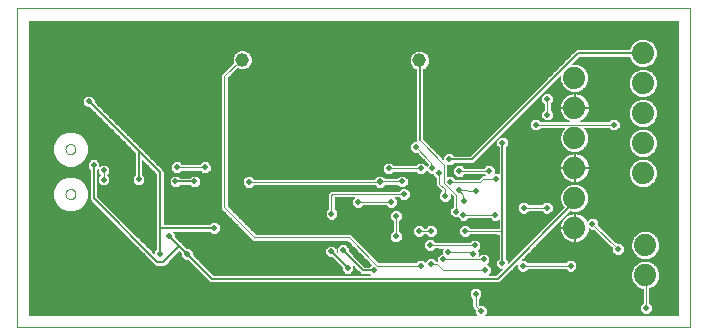
<source format=gbl>
G75*
G70*
%OFA0B0*%
%FSLAX24Y24*%
%IPPOS*%
%LPD*%
%AMOC8*
5,1,8,0,0,1.08239X$1,22.5*
%
%ADD10C,0.0000*%
%ADD11C,0.0455*%
%ADD12C,0.0740*%
%ADD13C,0.0060*%
%ADD14C,0.0200*%
%ADD15C,0.0030*%
%ADD16C,0.0050*%
%ADD17C,0.0041*%
D10*
X001213Y000274D02*
X001213Y010904D01*
X023654Y010904D01*
X023654Y000274D01*
X001213Y000274D01*
X002834Y004707D02*
X002836Y004732D01*
X002842Y004757D01*
X002851Y004781D01*
X002864Y004803D01*
X002881Y004823D01*
X002900Y004840D01*
X002921Y004854D01*
X002945Y004864D01*
X002969Y004871D01*
X002995Y004874D01*
X003020Y004873D01*
X003045Y004868D01*
X003069Y004859D01*
X003092Y004847D01*
X003112Y004832D01*
X003130Y004813D01*
X003145Y004792D01*
X003156Y004769D01*
X003164Y004745D01*
X003168Y004720D01*
X003168Y004694D01*
X003164Y004669D01*
X003156Y004645D01*
X003145Y004622D01*
X003130Y004601D01*
X003112Y004582D01*
X003092Y004567D01*
X003069Y004555D01*
X003045Y004546D01*
X003020Y004541D01*
X002995Y004540D01*
X002969Y004543D01*
X002945Y004550D01*
X002921Y004560D01*
X002900Y004574D01*
X002881Y004591D01*
X002864Y004611D01*
X002851Y004633D01*
X002842Y004657D01*
X002836Y004682D01*
X002834Y004707D01*
X002834Y006203D02*
X002836Y006228D01*
X002842Y006253D01*
X002851Y006277D01*
X002864Y006299D01*
X002881Y006319D01*
X002900Y006336D01*
X002921Y006350D01*
X002945Y006360D01*
X002969Y006367D01*
X002995Y006370D01*
X003020Y006369D01*
X003045Y006364D01*
X003069Y006355D01*
X003092Y006343D01*
X003112Y006328D01*
X003130Y006309D01*
X003145Y006288D01*
X003156Y006265D01*
X003164Y006241D01*
X003168Y006216D01*
X003168Y006190D01*
X003164Y006165D01*
X003156Y006141D01*
X003145Y006118D01*
X003130Y006097D01*
X003112Y006078D01*
X003092Y006063D01*
X003069Y006051D01*
X003045Y006042D01*
X003020Y006037D01*
X002995Y006036D01*
X002969Y006039D01*
X002945Y006046D01*
X002921Y006056D01*
X002900Y006070D01*
X002881Y006087D01*
X002864Y006107D01*
X002851Y006129D01*
X002842Y006153D01*
X002836Y006178D01*
X002834Y006203D01*
D11*
X008725Y009181D03*
X014632Y009162D03*
D12*
X019796Y008581D03*
X019796Y007581D03*
X019796Y006581D03*
X019796Y005581D03*
X019796Y004581D03*
X019796Y003581D03*
X022158Y003006D03*
X022158Y002006D03*
X022080Y005408D03*
X022080Y006408D03*
X022080Y007408D03*
X022080Y008408D03*
X022080Y009408D03*
D13*
X019914Y009408D01*
X016371Y005865D01*
X015623Y005865D01*
X014639Y006495D02*
X014639Y009132D01*
X014632Y009162D01*
X017394Y006416D02*
X017394Y003454D01*
X017394Y002400D01*
X017237Y001888D02*
X007709Y001888D01*
X006883Y002715D01*
X006627Y002971D01*
X006095Y002440D01*
X005898Y002440D01*
X003772Y004566D01*
X003772Y005668D01*
X004402Y005825D02*
X004402Y004951D01*
X005269Y005195D02*
X005269Y006140D01*
X005977Y005432D01*
X005977Y003581D01*
X007788Y003581D01*
X006627Y002971D02*
X006292Y003306D01*
X005977Y003581D02*
X005977Y002715D01*
X011686Y002794D02*
X012237Y002243D01*
X012749Y002164D02*
X012080Y002833D01*
X012749Y002164D02*
X013103Y002164D01*
X017237Y001888D02*
X019796Y004447D01*
X019796Y004581D01*
X008733Y009172D02*
X008725Y009181D01*
X005269Y006140D02*
X003615Y007794D01*
D14*
X003615Y007794D03*
X004402Y005825D03*
X004104Y005492D03*
X003772Y005668D03*
X004104Y005188D03*
X004402Y004951D03*
X005269Y005195D03*
X006497Y005129D03*
X007135Y005129D03*
X007474Y005599D03*
X006540Y005599D03*
X008939Y005113D03*
X007788Y003581D03*
X006883Y002715D03*
X006292Y003306D03*
X005977Y002715D03*
X011686Y002794D03*
X012080Y002833D03*
X012237Y002243D03*
X013103Y002164D03*
X014678Y002321D03*
X015022Y002371D03*
X015423Y002525D03*
X015572Y002758D03*
X014985Y003003D03*
X015013Y003479D03*
X014619Y003479D03*
X013849Y003295D03*
X013849Y003974D03*
X013681Y004445D03*
X014107Y004707D03*
X014052Y005125D03*
X013603Y005562D03*
X013308Y005125D03*
X013308Y005113D03*
X012580Y004445D03*
X011699Y004046D03*
X014680Y005562D03*
X015061Y005565D03*
X015283Y005413D03*
X015640Y005111D03*
X015963Y004825D03*
X016107Y004466D03*
X015855Y004123D03*
X016089Y004016D03*
X016152Y003478D03*
X016473Y002995D03*
X016409Y002703D03*
X016770Y002528D03*
X016818Y002169D03*
X017394Y002400D03*
X018071Y002315D03*
X019673Y002315D03*
X021246Y002871D03*
X020401Y003717D03*
X018875Y004251D03*
X018104Y004251D03*
X017161Y004012D03*
X016532Y004799D03*
X017192Y005218D03*
X016944Y005472D03*
X015957Y005478D03*
X015623Y005865D03*
X014523Y006264D03*
X015479Y004645D03*
X017394Y006416D03*
X018511Y007021D03*
X018893Y007354D03*
X018893Y007875D03*
X021109Y007021D03*
X022185Y001971D03*
X022185Y000917D03*
X016678Y000810D03*
X016502Y001385D03*
D15*
X016502Y000985D01*
X016678Y000810D01*
X016873Y000816D02*
X022011Y000816D01*
X021990Y000837D02*
X022105Y000722D01*
X022266Y000722D01*
X022380Y000837D01*
X022380Y000998D01*
X022295Y001083D01*
X022295Y001560D01*
X022422Y001612D01*
X022552Y001743D01*
X022623Y001914D01*
X022623Y002099D01*
X022552Y002270D01*
X022422Y002401D01*
X022251Y002471D01*
X022066Y002471D01*
X021895Y002401D01*
X021764Y002270D01*
X021693Y002099D01*
X021693Y001914D01*
X021764Y001743D01*
X021895Y001612D01*
X022066Y001541D01*
X022075Y001541D01*
X022075Y001083D01*
X021990Y000998D01*
X021990Y000837D01*
X021990Y000844D02*
X016873Y000844D01*
X016873Y000873D02*
X021990Y000873D01*
X021990Y000901D02*
X016862Y000901D01*
X016873Y000890D02*
X016758Y001005D01*
X016638Y001005D01*
X016612Y001031D01*
X016612Y001219D01*
X016697Y001304D01*
X016697Y001466D01*
X016583Y001580D01*
X016421Y001580D01*
X016307Y001466D01*
X016307Y001304D01*
X016392Y001219D01*
X016392Y001031D01*
X016392Y000940D01*
X016483Y000849D01*
X016483Y000729D01*
X016522Y000689D01*
X001628Y000689D01*
X001628Y010489D01*
X023239Y010489D01*
X023239Y000689D01*
X016833Y000689D01*
X016873Y000729D01*
X016873Y000890D01*
X016833Y000930D02*
X021990Y000930D01*
X021990Y000958D02*
X016805Y000958D01*
X016776Y000987D02*
X021990Y000987D01*
X022007Y001015D02*
X016628Y001015D01*
X016612Y001044D02*
X022036Y001044D01*
X022064Y001072D02*
X016612Y001072D01*
X016612Y001101D02*
X022075Y001101D01*
X022075Y001129D02*
X016612Y001129D01*
X016612Y001158D02*
X022075Y001158D01*
X022075Y001186D02*
X016612Y001186D01*
X016612Y001215D02*
X022075Y001215D01*
X022075Y001243D02*
X016636Y001243D01*
X016664Y001272D02*
X022075Y001272D01*
X022075Y001300D02*
X016693Y001300D01*
X016697Y001329D02*
X022075Y001329D01*
X022075Y001357D02*
X016697Y001357D01*
X016697Y001386D02*
X022075Y001386D01*
X022075Y001414D02*
X016697Y001414D01*
X016697Y001443D02*
X022075Y001443D01*
X022075Y001471D02*
X016692Y001471D01*
X016663Y001500D02*
X022075Y001500D01*
X022075Y001528D02*
X016635Y001528D01*
X016606Y001557D02*
X022029Y001557D01*
X021960Y001585D02*
X001628Y001585D01*
X001628Y001557D02*
X016398Y001557D01*
X016369Y001528D02*
X001628Y001528D01*
X001628Y001500D02*
X016341Y001500D01*
X016312Y001471D02*
X001628Y001471D01*
X001628Y001443D02*
X016307Y001443D01*
X016307Y001414D02*
X001628Y001414D01*
X001628Y001386D02*
X016307Y001386D01*
X016307Y001357D02*
X001628Y001357D01*
X001628Y001329D02*
X016307Y001329D01*
X016311Y001300D02*
X001628Y001300D01*
X001628Y001272D02*
X016340Y001272D01*
X016368Y001243D02*
X001628Y001243D01*
X001628Y001215D02*
X016392Y001215D01*
X016392Y001186D02*
X001628Y001186D01*
X001628Y001158D02*
X016392Y001158D01*
X016392Y001129D02*
X001628Y001129D01*
X001628Y001101D02*
X016392Y001101D01*
X016392Y001072D02*
X001628Y001072D01*
X001628Y001044D02*
X016392Y001044D01*
X016392Y001015D02*
X001628Y001015D01*
X001628Y000987D02*
X016392Y000987D01*
X016392Y000958D02*
X001628Y000958D01*
X001628Y000930D02*
X016402Y000930D01*
X016430Y000901D02*
X001628Y000901D01*
X001628Y000873D02*
X016459Y000873D01*
X016483Y000844D02*
X001628Y000844D01*
X001628Y000816D02*
X016483Y000816D01*
X016483Y000787D02*
X001628Y000787D01*
X001628Y000759D02*
X016483Y000759D01*
X016483Y000730D02*
X001628Y000730D01*
X001628Y000702D02*
X016510Y000702D01*
X016845Y000702D02*
X023239Y000702D01*
X023239Y000730D02*
X022274Y000730D01*
X022302Y000759D02*
X023239Y000759D01*
X023239Y000787D02*
X022331Y000787D01*
X022359Y000816D02*
X023239Y000816D01*
X023239Y000844D02*
X022380Y000844D01*
X022380Y000873D02*
X023239Y000873D01*
X023239Y000901D02*
X022380Y000901D01*
X022380Y000930D02*
X023239Y000930D01*
X023239Y000958D02*
X022380Y000958D01*
X022380Y000987D02*
X023239Y000987D01*
X023239Y001015D02*
X022364Y001015D01*
X022335Y001044D02*
X023239Y001044D01*
X023239Y001072D02*
X022307Y001072D01*
X022295Y001101D02*
X023239Y001101D01*
X023239Y001129D02*
X022295Y001129D01*
X022295Y001158D02*
X023239Y001158D01*
X023239Y001186D02*
X022295Y001186D01*
X022295Y001215D02*
X023239Y001215D01*
X023239Y001243D02*
X022295Y001243D01*
X022295Y001272D02*
X023239Y001272D01*
X023239Y001300D02*
X022295Y001300D01*
X022295Y001329D02*
X023239Y001329D01*
X023239Y001357D02*
X022295Y001357D01*
X022295Y001386D02*
X023239Y001386D01*
X023239Y001414D02*
X022295Y001414D01*
X022295Y001443D02*
X023239Y001443D01*
X023239Y001471D02*
X022295Y001471D01*
X022295Y001500D02*
X023239Y001500D01*
X023239Y001528D02*
X022295Y001528D01*
X022295Y001557D02*
X023239Y001557D01*
X023239Y001585D02*
X022356Y001585D01*
X022423Y001614D02*
X023239Y001614D01*
X023239Y001642D02*
X022452Y001642D01*
X022480Y001671D02*
X023239Y001671D01*
X023239Y001699D02*
X022509Y001699D01*
X022537Y001728D02*
X023239Y001728D01*
X023239Y001756D02*
X022558Y001756D01*
X022570Y001785D02*
X023239Y001785D01*
X023239Y001813D02*
X022582Y001813D01*
X022593Y001842D02*
X023239Y001842D01*
X023239Y001870D02*
X022605Y001870D01*
X022617Y001899D02*
X023239Y001899D01*
X023239Y001927D02*
X022623Y001927D01*
X022623Y001956D02*
X023239Y001956D01*
X023239Y001984D02*
X022623Y001984D01*
X022623Y002013D02*
X023239Y002013D01*
X023239Y002041D02*
X022623Y002041D01*
X022623Y002070D02*
X023239Y002070D01*
X023239Y002098D02*
X022623Y002098D01*
X022612Y002127D02*
X023239Y002127D01*
X023239Y002155D02*
X022600Y002155D01*
X022588Y002184D02*
X023239Y002184D01*
X023239Y002212D02*
X022576Y002212D01*
X022565Y002241D02*
X023239Y002241D01*
X023239Y002269D02*
X022553Y002269D01*
X022525Y002298D02*
X023239Y002298D01*
X023239Y002326D02*
X022496Y002326D01*
X022468Y002355D02*
X023239Y002355D01*
X023239Y002383D02*
X022439Y002383D01*
X022395Y002412D02*
X023239Y002412D01*
X023239Y002440D02*
X022326Y002440D01*
X022257Y002469D02*
X023239Y002469D01*
X023239Y002497D02*
X019767Y002497D01*
X019754Y002510D02*
X019592Y002510D01*
X019507Y002425D01*
X018237Y002425D01*
X018152Y002510D01*
X018036Y002510D01*
X019660Y004134D01*
X019704Y004116D01*
X019889Y004116D01*
X020059Y004187D01*
X020190Y004318D01*
X020261Y004489D01*
X020261Y004674D01*
X020190Y004845D01*
X020059Y004975D01*
X019889Y005046D01*
X019704Y005046D01*
X019533Y004975D01*
X019402Y004845D01*
X019331Y004674D01*
X019331Y004489D01*
X019402Y004318D01*
X019446Y004274D01*
X017589Y002418D01*
X017589Y002481D01*
X017519Y002551D01*
X017519Y006265D01*
X017589Y006335D01*
X017589Y006497D01*
X017475Y006611D01*
X017314Y006611D01*
X017199Y006497D01*
X017199Y006335D01*
X017269Y006265D01*
X017269Y005413D01*
X017139Y005413D01*
X017139Y005553D01*
X017025Y005667D01*
X016864Y005667D01*
X016780Y005583D01*
X016124Y005587D01*
X016038Y005673D01*
X015876Y005673D01*
X015762Y005559D01*
X015762Y005397D01*
X015876Y005283D01*
X016038Y005283D01*
X016122Y005367D01*
X016778Y005363D01*
X016812Y005328D01*
X016715Y005328D01*
X016650Y005264D01*
X016607Y005221D01*
X015806Y005221D01*
X015721Y005306D01*
X015559Y005306D01*
X015558Y005304D01*
X015561Y005636D01*
X015562Y005636D01*
X015562Y005670D01*
X015704Y005670D01*
X015774Y005740D01*
X016423Y005740D01*
X019331Y008648D01*
X019331Y008489D01*
X019402Y008318D01*
X019533Y008187D01*
X019704Y008116D01*
X019889Y008116D01*
X020059Y008187D01*
X020190Y008318D01*
X020261Y008489D01*
X020261Y008674D01*
X020190Y008845D01*
X020059Y008975D01*
X019889Y009046D01*
X019729Y009046D01*
X019966Y009283D01*
X021628Y009283D01*
X021685Y009145D01*
X021816Y009014D01*
X021987Y008943D01*
X022172Y008943D01*
X022343Y009014D01*
X022474Y009145D01*
X022545Y009316D01*
X022545Y009501D01*
X022474Y009671D01*
X022343Y009802D01*
X022172Y009873D01*
X021987Y009873D01*
X021816Y009802D01*
X021685Y009671D01*
X021628Y009533D01*
X019862Y009533D01*
X019789Y009460D01*
X016319Y005990D01*
X015774Y005990D01*
X015704Y006060D01*
X015542Y006060D01*
X015428Y005946D01*
X015343Y005946D01*
X015315Y005974D02*
X015457Y005974D01*
X015485Y006003D02*
X015286Y006003D01*
X015258Y006031D02*
X015514Y006031D01*
X015428Y005946D02*
X015428Y005861D01*
X014764Y006525D01*
X014764Y008867D01*
X014815Y008889D01*
X014906Y008979D01*
X014955Y009098D01*
X014955Y009226D01*
X014906Y009345D01*
X014815Y009435D01*
X014697Y009484D01*
X014568Y009484D01*
X014450Y009435D01*
X014359Y009345D01*
X014310Y009226D01*
X014310Y009098D01*
X014359Y008979D01*
X014450Y008889D01*
X014514Y008862D01*
X014514Y006459D01*
X014442Y006459D01*
X008246Y006459D01*
X008246Y006487D02*
X014514Y006487D01*
X014514Y006516D02*
X008246Y006516D01*
X008246Y006544D02*
X014514Y006544D01*
X014514Y006573D02*
X008246Y006573D01*
X008246Y006601D02*
X014514Y006601D01*
X014514Y006630D02*
X008246Y006630D01*
X008246Y006658D02*
X014514Y006658D01*
X014514Y006687D02*
X008246Y006687D01*
X008246Y006715D02*
X014514Y006715D01*
X014514Y006744D02*
X008246Y006744D01*
X008246Y006772D02*
X014514Y006772D01*
X014514Y006801D02*
X008246Y006801D01*
X008246Y006829D02*
X014514Y006829D01*
X014514Y006858D02*
X008246Y006858D01*
X008246Y006886D02*
X014514Y006886D01*
X014514Y006915D02*
X008246Y006915D01*
X008246Y006943D02*
X014514Y006943D01*
X014514Y006972D02*
X008246Y006972D01*
X008246Y007000D02*
X014514Y007000D01*
X014514Y007029D02*
X008246Y007029D01*
X008246Y007057D02*
X014514Y007057D01*
X014514Y007086D02*
X008246Y007086D01*
X008246Y007114D02*
X014514Y007114D01*
X014514Y007143D02*
X008246Y007143D01*
X008246Y007171D02*
X014514Y007171D01*
X014514Y007200D02*
X008246Y007200D01*
X008246Y007228D02*
X014514Y007228D01*
X014514Y007257D02*
X008246Y007257D01*
X008246Y007285D02*
X014514Y007285D01*
X014514Y007314D02*
X008246Y007314D01*
X008246Y007342D02*
X014514Y007342D01*
X014514Y007371D02*
X008246Y007371D01*
X008246Y007399D02*
X014514Y007399D01*
X014514Y007428D02*
X008246Y007428D01*
X008246Y007456D02*
X014514Y007456D01*
X014514Y007485D02*
X008246Y007485D01*
X008246Y007513D02*
X014514Y007513D01*
X014514Y007542D02*
X008246Y007542D01*
X008246Y007570D02*
X014514Y007570D01*
X014514Y007599D02*
X008246Y007599D01*
X008246Y007627D02*
X014514Y007627D01*
X014514Y007656D02*
X008246Y007656D01*
X008246Y007684D02*
X014514Y007684D01*
X014514Y007713D02*
X008246Y007713D01*
X008246Y007741D02*
X014514Y007741D01*
X014514Y007770D02*
X008246Y007770D01*
X008246Y007798D02*
X014514Y007798D01*
X014514Y007827D02*
X008246Y007827D01*
X008246Y007855D02*
X014514Y007855D01*
X014514Y007884D02*
X008246Y007884D01*
X008246Y007912D02*
X014514Y007912D01*
X014514Y007941D02*
X008246Y007941D01*
X008246Y007969D02*
X014514Y007969D01*
X014514Y007998D02*
X008246Y007998D01*
X008246Y008026D02*
X014514Y008026D01*
X014514Y008055D02*
X008246Y008055D01*
X008246Y008083D02*
X014514Y008083D01*
X014514Y008112D02*
X008246Y008112D01*
X008246Y008140D02*
X014514Y008140D01*
X014514Y008169D02*
X008246Y008169D01*
X008246Y008197D02*
X014514Y008197D01*
X014514Y008226D02*
X008246Y008226D01*
X008246Y008254D02*
X014514Y008254D01*
X014514Y008283D02*
X008246Y008283D01*
X008246Y008311D02*
X014514Y008311D01*
X014514Y008340D02*
X008246Y008340D01*
X008246Y008368D02*
X014514Y008368D01*
X014514Y008397D02*
X008246Y008397D01*
X008246Y008425D02*
X014514Y008425D01*
X014514Y008454D02*
X008246Y008454D01*
X008246Y008482D02*
X014514Y008482D01*
X014514Y008511D02*
X008246Y008511D01*
X008246Y008539D02*
X014514Y008539D01*
X014514Y008568D02*
X008246Y008568D01*
X008246Y008577D02*
X008567Y008898D01*
X008661Y008859D01*
X008789Y008859D01*
X008907Y008908D01*
X008998Y008999D01*
X009047Y009117D01*
X009047Y009245D01*
X008998Y009364D01*
X008907Y009455D01*
X008789Y009504D01*
X008661Y009504D01*
X008542Y009455D01*
X008451Y009364D01*
X008402Y009245D01*
X008402Y009117D01*
X008419Y009076D01*
X008015Y008672D01*
X008015Y004215D01*
X008083Y004147D01*
X009083Y003147D01*
X012229Y003147D01*
X013020Y002356D01*
X012952Y002289D01*
X012801Y002289D01*
X012275Y002815D01*
X012275Y002914D01*
X012160Y003028D01*
X011999Y003028D01*
X011885Y002914D01*
X011885Y002772D01*
X011881Y002776D01*
X011881Y002875D01*
X011767Y002989D01*
X011605Y002989D01*
X011491Y002875D01*
X011491Y002713D01*
X011605Y002599D01*
X011704Y002599D01*
X012042Y002261D01*
X012042Y002162D01*
X012156Y002048D01*
X012318Y002048D01*
X012432Y002162D01*
X012432Y002304D01*
X012697Y002039D01*
X012952Y002039D01*
X012978Y002013D01*
X007761Y002013D01*
X007078Y002697D01*
X011507Y002697D01*
X011491Y002725D02*
X007078Y002725D01*
X007078Y002697D02*
X007078Y002796D01*
X006963Y002910D01*
X006864Y002910D01*
X006752Y003023D01*
X006679Y003096D01*
X012280Y003096D01*
X012252Y003124D02*
X006650Y003124D01*
X006679Y003096D02*
X006487Y003287D01*
X006487Y003386D01*
X006417Y003456D01*
X007637Y003456D01*
X007707Y003386D01*
X007869Y003386D01*
X007983Y003500D01*
X007983Y003662D01*
X007869Y003776D01*
X007707Y003776D01*
X007637Y003706D01*
X006102Y003706D01*
X006102Y005483D01*
X005320Y006265D01*
X003810Y007776D01*
X003810Y007875D01*
X003696Y007989D01*
X003534Y007989D01*
X003420Y007875D01*
X003420Y007713D01*
X003534Y007599D01*
X003633Y007599D01*
X005144Y006089D01*
X005144Y005346D01*
X005074Y005276D01*
X005074Y005115D01*
X005188Y005000D01*
X005349Y005000D01*
X005464Y005115D01*
X005464Y005276D01*
X005394Y005346D01*
X005394Y005839D01*
X005852Y005380D01*
X005852Y002866D01*
X005782Y002796D01*
X005782Y002733D01*
X003897Y004617D01*
X003897Y005517D01*
X003909Y005529D01*
X003909Y005411D01*
X003981Y005340D01*
X003909Y005268D01*
X003909Y005107D01*
X004024Y004993D01*
X004185Y004993D01*
X004299Y005107D01*
X004299Y005268D01*
X004228Y005340D01*
X004299Y005411D01*
X004299Y005573D01*
X004185Y005687D01*
X004024Y005687D01*
X003967Y005631D01*
X003967Y005749D01*
X003853Y005863D01*
X003692Y005863D01*
X003577Y005749D01*
X003577Y005587D01*
X003647Y005517D01*
X003647Y004514D01*
X005773Y002388D01*
X005847Y002315D01*
X006147Y002315D01*
X006627Y002794D01*
X006688Y002733D01*
X006688Y002634D01*
X006802Y002520D01*
X006901Y002520D01*
X007658Y001763D01*
X017289Y001763D01*
X017362Y001837D01*
X017876Y002350D01*
X017876Y002234D01*
X017990Y002120D01*
X018152Y002120D01*
X018237Y002205D01*
X019507Y002205D01*
X019592Y002120D01*
X019754Y002120D01*
X019868Y002234D01*
X019868Y002396D01*
X019754Y002510D01*
X019795Y002469D02*
X022059Y002469D01*
X022066Y002541D02*
X021895Y002612D01*
X021764Y002743D01*
X021693Y002914D01*
X021693Y003099D01*
X021764Y003270D01*
X021895Y003401D01*
X022066Y003471D01*
X022251Y003471D01*
X022422Y003401D01*
X022552Y003270D01*
X022623Y003099D01*
X022623Y002914D01*
X022552Y002743D01*
X022422Y002612D01*
X022251Y002541D01*
X022066Y002541D01*
X022035Y002554D02*
X018080Y002554D01*
X018108Y002583D02*
X021966Y002583D01*
X021897Y002611D02*
X018137Y002611D01*
X018165Y002640D02*
X021867Y002640D01*
X021839Y002668D02*
X018194Y002668D01*
X018222Y002697D02*
X021145Y002697D01*
X021166Y002676D02*
X021051Y002791D01*
X021051Y002911D01*
X020440Y003522D01*
X020320Y003522D01*
X020281Y003561D01*
X020281Y003543D01*
X020269Y003468D01*
X020246Y003395D01*
X020211Y003327D01*
X020166Y003265D01*
X020112Y003211D01*
X020050Y003166D01*
X019982Y003132D01*
X019910Y003108D01*
X019834Y003096D01*
X019811Y003096D01*
X019811Y003566D01*
X019781Y003566D01*
X019781Y003096D01*
X019758Y003096D01*
X019682Y003108D01*
X019610Y003132D01*
X019542Y003166D01*
X019480Y003211D01*
X019426Y003265D01*
X019381Y003327D01*
X019347Y003395D01*
X019323Y003468D01*
X019311Y003543D01*
X019311Y003566D01*
X019781Y003566D01*
X019781Y003596D01*
X019311Y003596D01*
X019311Y003619D01*
X019323Y003695D01*
X019347Y003767D01*
X019381Y003835D01*
X019426Y003897D01*
X019480Y003951D01*
X019542Y003996D01*
X019610Y004031D01*
X019682Y004054D01*
X019758Y004066D01*
X019781Y004066D01*
X019781Y003596D01*
X019811Y003596D01*
X019811Y004066D01*
X019834Y004066D01*
X019910Y004054D01*
X019982Y004031D01*
X020050Y003996D01*
X020112Y003951D01*
X020166Y003897D01*
X020211Y003835D01*
X020222Y003814D01*
X020320Y003912D01*
X020482Y003912D01*
X020596Y003798D01*
X020596Y003678D01*
X021207Y003066D01*
X021327Y003066D01*
X021441Y002952D01*
X021441Y002791D01*
X021327Y002676D01*
X021166Y002676D01*
X021117Y002725D02*
X018251Y002725D01*
X018279Y002754D02*
X021088Y002754D01*
X021060Y002782D02*
X018308Y002782D01*
X018336Y002811D02*
X021051Y002811D01*
X021051Y002839D02*
X018365Y002839D01*
X018393Y002868D02*
X021051Y002868D01*
X021051Y002896D02*
X018422Y002896D01*
X018450Y002925D02*
X021038Y002925D01*
X021009Y002953D02*
X018479Y002953D01*
X018507Y002982D02*
X020981Y002982D01*
X020952Y003010D02*
X018536Y003010D01*
X018564Y003039D02*
X020924Y003039D01*
X020895Y003067D02*
X018593Y003067D01*
X018621Y003096D02*
X020867Y003096D01*
X020838Y003124D02*
X019959Y003124D01*
X020023Y003153D02*
X020810Y003153D01*
X020781Y003181D02*
X020071Y003181D01*
X020110Y003210D02*
X020753Y003210D01*
X020724Y003238D02*
X020139Y003238D01*
X020167Y003267D02*
X020696Y003267D01*
X020667Y003295D02*
X020188Y003295D01*
X020208Y003324D02*
X020639Y003324D01*
X020610Y003352D02*
X020224Y003352D01*
X020238Y003381D02*
X020582Y003381D01*
X020553Y003409D02*
X020250Y003409D01*
X020259Y003438D02*
X020525Y003438D01*
X020496Y003466D02*
X020269Y003466D01*
X020273Y003495D02*
X020468Y003495D01*
X020319Y003523D02*
X020278Y003523D01*
X020281Y003552D02*
X020290Y003552D01*
X020401Y003717D02*
X021246Y002871D01*
X021376Y002725D02*
X021782Y002725D01*
X021760Y002754D02*
X021405Y002754D01*
X021433Y002782D02*
X021748Y002782D01*
X021736Y002811D02*
X021441Y002811D01*
X021441Y002839D02*
X021724Y002839D01*
X021712Y002868D02*
X021441Y002868D01*
X021441Y002896D02*
X021701Y002896D01*
X021693Y002925D02*
X021441Y002925D01*
X021440Y002953D02*
X021693Y002953D01*
X021693Y002982D02*
X021412Y002982D01*
X021383Y003010D02*
X021693Y003010D01*
X021693Y003039D02*
X021355Y003039D01*
X021206Y003067D02*
X021693Y003067D01*
X021693Y003096D02*
X021178Y003096D01*
X021149Y003124D02*
X021704Y003124D01*
X021716Y003153D02*
X021121Y003153D01*
X021092Y003181D02*
X021727Y003181D01*
X021739Y003210D02*
X021064Y003210D01*
X021035Y003238D02*
X021751Y003238D01*
X021763Y003267D02*
X021007Y003267D01*
X020978Y003295D02*
X021789Y003295D01*
X021818Y003324D02*
X020950Y003324D01*
X020921Y003352D02*
X021846Y003352D01*
X021875Y003381D02*
X020893Y003381D01*
X020864Y003409D02*
X021915Y003409D01*
X021984Y003438D02*
X020836Y003438D01*
X020807Y003466D02*
X022053Y003466D01*
X022263Y003466D02*
X023239Y003466D01*
X023239Y003438D02*
X022332Y003438D01*
X022401Y003409D02*
X023239Y003409D01*
X023239Y003381D02*
X022442Y003381D01*
X022470Y003352D02*
X023239Y003352D01*
X023239Y003324D02*
X022499Y003324D01*
X022527Y003295D02*
X023239Y003295D01*
X023239Y003267D02*
X022554Y003267D01*
X022566Y003238D02*
X023239Y003238D01*
X023239Y003210D02*
X022577Y003210D01*
X022589Y003181D02*
X023239Y003181D01*
X023239Y003153D02*
X022601Y003153D01*
X022613Y003124D02*
X023239Y003124D01*
X023239Y003096D02*
X022623Y003096D01*
X022623Y003067D02*
X023239Y003067D01*
X023239Y003039D02*
X022623Y003039D01*
X022623Y003010D02*
X023239Y003010D01*
X023239Y002982D02*
X022623Y002982D01*
X022623Y002953D02*
X023239Y002953D01*
X023239Y002925D02*
X022623Y002925D01*
X022616Y002896D02*
X023239Y002896D01*
X023239Y002868D02*
X022604Y002868D01*
X022592Y002839D02*
X023239Y002839D01*
X023239Y002811D02*
X022580Y002811D01*
X022569Y002782D02*
X023239Y002782D01*
X023239Y002754D02*
X022557Y002754D01*
X022535Y002725D02*
X023239Y002725D01*
X023239Y002697D02*
X022506Y002697D01*
X022478Y002668D02*
X023239Y002668D01*
X023239Y002640D02*
X022449Y002640D01*
X022419Y002611D02*
X023239Y002611D01*
X023239Y002583D02*
X022350Y002583D01*
X022282Y002554D02*
X023239Y002554D01*
X023239Y002526D02*
X018051Y002526D01*
X018165Y002497D02*
X019580Y002497D01*
X019551Y002469D02*
X018193Y002469D01*
X018222Y002440D02*
X019523Y002440D01*
X019673Y002315D02*
X018071Y002315D01*
X018215Y002184D02*
X019529Y002184D01*
X019557Y002155D02*
X018187Y002155D01*
X018158Y002127D02*
X019586Y002127D01*
X019761Y002127D02*
X021705Y002127D01*
X021717Y002155D02*
X019789Y002155D01*
X019818Y002184D02*
X021728Y002184D01*
X021740Y002212D02*
X019846Y002212D01*
X019868Y002241D02*
X021752Y002241D01*
X021764Y002269D02*
X019868Y002269D01*
X019868Y002298D02*
X021792Y002298D01*
X021820Y002326D02*
X019868Y002326D01*
X019868Y002355D02*
X021849Y002355D01*
X021877Y002383D02*
X019868Y002383D01*
X019852Y002412D02*
X021921Y002412D01*
X021990Y002440D02*
X019824Y002440D01*
X019811Y003124D02*
X019781Y003124D01*
X019781Y003153D02*
X019811Y003153D01*
X019811Y003181D02*
X019781Y003181D01*
X019781Y003210D02*
X019811Y003210D01*
X019811Y003238D02*
X019781Y003238D01*
X019781Y003267D02*
X019811Y003267D01*
X019811Y003295D02*
X019781Y003295D01*
X019781Y003324D02*
X019811Y003324D01*
X019811Y003352D02*
X019781Y003352D01*
X019781Y003381D02*
X019811Y003381D01*
X019811Y003409D02*
X019781Y003409D01*
X019781Y003438D02*
X019811Y003438D01*
X019811Y003466D02*
X019781Y003466D01*
X019781Y003495D02*
X019811Y003495D01*
X019811Y003523D02*
X019781Y003523D01*
X019781Y003552D02*
X019811Y003552D01*
X019781Y003580D02*
X019106Y003580D01*
X019134Y003609D02*
X019311Y003609D01*
X019314Y003637D02*
X019163Y003637D01*
X019191Y003666D02*
X019318Y003666D01*
X019323Y003694D02*
X019220Y003694D01*
X019248Y003723D02*
X019332Y003723D01*
X019341Y003751D02*
X019277Y003751D01*
X019305Y003780D02*
X019353Y003780D01*
X019367Y003808D02*
X019334Y003808D01*
X019362Y003837D02*
X019382Y003837D01*
X019391Y003865D02*
X019403Y003865D01*
X019419Y003894D02*
X019424Y003894D01*
X019448Y003922D02*
X019451Y003922D01*
X019476Y003951D02*
X019480Y003951D01*
X019505Y003979D02*
X019519Y003979D01*
X019533Y004008D02*
X019565Y004008D01*
X019562Y004036D02*
X019627Y004036D01*
X019590Y004065D02*
X019748Y004065D01*
X019781Y004065D02*
X019811Y004065D01*
X019811Y004036D02*
X019781Y004036D01*
X019781Y004008D02*
X019811Y004008D01*
X019811Y003979D02*
X019781Y003979D01*
X019781Y003951D02*
X019811Y003951D01*
X019811Y003922D02*
X019781Y003922D01*
X019781Y003894D02*
X019811Y003894D01*
X019811Y003865D02*
X019781Y003865D01*
X019781Y003837D02*
X019811Y003837D01*
X019811Y003808D02*
X019781Y003808D01*
X019781Y003780D02*
X019811Y003780D01*
X019811Y003751D02*
X019781Y003751D01*
X019781Y003723D02*
X019811Y003723D01*
X019811Y003694D02*
X019781Y003694D01*
X019781Y003666D02*
X019811Y003666D01*
X019811Y003637D02*
X019781Y003637D01*
X019781Y003609D02*
X019811Y003609D01*
X020141Y003922D02*
X023239Y003922D01*
X023239Y003894D02*
X020500Y003894D01*
X020528Y003865D02*
X023239Y003865D01*
X023239Y003837D02*
X020557Y003837D01*
X020585Y003808D02*
X023239Y003808D01*
X023239Y003780D02*
X020596Y003780D01*
X020596Y003751D02*
X023239Y003751D01*
X023239Y003723D02*
X020596Y003723D01*
X020596Y003694D02*
X023239Y003694D01*
X023239Y003666D02*
X020608Y003666D01*
X020636Y003637D02*
X023239Y003637D01*
X023239Y003609D02*
X020665Y003609D01*
X020693Y003580D02*
X023239Y003580D01*
X023239Y003552D02*
X020722Y003552D01*
X020750Y003523D02*
X023239Y003523D01*
X023239Y003495D02*
X020779Y003495D01*
X020302Y003894D02*
X020169Y003894D01*
X020189Y003865D02*
X020273Y003865D01*
X020245Y003837D02*
X020210Y003837D01*
X020113Y003951D02*
X023239Y003951D01*
X023239Y003979D02*
X020073Y003979D01*
X020027Y004008D02*
X023239Y004008D01*
X023239Y004036D02*
X019965Y004036D01*
X019902Y004122D02*
X023239Y004122D01*
X023239Y004150D02*
X019971Y004150D01*
X020039Y004179D02*
X023239Y004179D01*
X023239Y004207D02*
X020080Y004207D01*
X020108Y004236D02*
X023239Y004236D01*
X023239Y004264D02*
X020137Y004264D01*
X020165Y004293D02*
X023239Y004293D01*
X023239Y004321D02*
X020192Y004321D01*
X020203Y004350D02*
X023239Y004350D01*
X023239Y004378D02*
X020215Y004378D01*
X020227Y004407D02*
X023239Y004407D01*
X023239Y004435D02*
X020239Y004435D01*
X020251Y004464D02*
X023239Y004464D01*
X023239Y004492D02*
X020261Y004492D01*
X020261Y004521D02*
X023239Y004521D01*
X023239Y004549D02*
X020261Y004549D01*
X020261Y004578D02*
X023239Y004578D01*
X023239Y004606D02*
X020261Y004606D01*
X020261Y004635D02*
X023239Y004635D01*
X023239Y004663D02*
X020261Y004663D01*
X020254Y004692D02*
X023239Y004692D01*
X023239Y004720D02*
X020242Y004720D01*
X020230Y004749D02*
X023239Y004749D01*
X023239Y004777D02*
X020218Y004777D01*
X020206Y004806D02*
X023239Y004806D01*
X023239Y004834D02*
X020195Y004834D01*
X020172Y004863D02*
X023239Y004863D01*
X023239Y004891D02*
X020144Y004891D01*
X020115Y004920D02*
X023239Y004920D01*
X023239Y004948D02*
X022185Y004948D01*
X022172Y004943D02*
X022343Y005014D01*
X022474Y005145D01*
X022545Y005316D01*
X022545Y005501D01*
X022474Y005671D01*
X022343Y005802D01*
X022172Y005873D01*
X021987Y005873D01*
X021816Y005802D01*
X021685Y005671D01*
X021615Y005501D01*
X021615Y005316D01*
X021685Y005145D01*
X021816Y005014D01*
X021987Y004943D01*
X022172Y004943D01*
X022253Y004977D02*
X023239Y004977D01*
X023239Y005005D02*
X022322Y005005D01*
X022363Y005034D02*
X023239Y005034D01*
X023239Y005062D02*
X022391Y005062D01*
X022420Y005091D02*
X023239Y005091D01*
X023239Y005119D02*
X022448Y005119D01*
X022475Y005148D02*
X023239Y005148D01*
X023239Y005176D02*
X022487Y005176D01*
X022499Y005205D02*
X023239Y005205D01*
X023239Y005233D02*
X022510Y005233D01*
X022522Y005262D02*
X023239Y005262D01*
X023239Y005290D02*
X022534Y005290D01*
X022545Y005319D02*
X023239Y005319D01*
X023239Y005347D02*
X022545Y005347D01*
X022545Y005376D02*
X023239Y005376D01*
X023239Y005404D02*
X022545Y005404D01*
X022545Y005433D02*
X023239Y005433D01*
X023239Y005461D02*
X022545Y005461D01*
X022545Y005490D02*
X023239Y005490D01*
X023239Y005518D02*
X022537Y005518D01*
X022525Y005547D02*
X023239Y005547D01*
X023239Y005575D02*
X022514Y005575D01*
X022502Y005604D02*
X023239Y005604D01*
X023239Y005632D02*
X022490Y005632D01*
X022478Y005661D02*
X023239Y005661D01*
X023239Y005689D02*
X022456Y005689D01*
X022427Y005718D02*
X023239Y005718D01*
X023239Y005746D02*
X022399Y005746D01*
X022370Y005775D02*
X023239Y005775D01*
X023239Y005803D02*
X022341Y005803D01*
X022272Y005832D02*
X023239Y005832D01*
X023239Y005860D02*
X022203Y005860D01*
X022172Y005943D02*
X022343Y006014D01*
X022474Y006145D01*
X023239Y006145D01*
X023239Y006117D02*
X022446Y006117D01*
X022474Y006145D02*
X022545Y006316D01*
X023239Y006316D01*
X023239Y006288D02*
X022533Y006288D01*
X022545Y006316D02*
X022545Y006501D01*
X022474Y006671D01*
X022343Y006802D01*
X022172Y006873D01*
X021987Y006873D01*
X021816Y006802D01*
X021685Y006671D01*
X021615Y006501D01*
X021615Y006316D01*
X020189Y006316D01*
X020190Y006318D02*
X020261Y006489D01*
X020261Y006674D01*
X020190Y006845D01*
X020124Y006911D01*
X020944Y006911D01*
X021029Y006826D01*
X021190Y006826D01*
X021304Y006940D01*
X021304Y007101D01*
X021190Y007216D01*
X021029Y007216D01*
X020944Y007131D01*
X019979Y007131D01*
X019982Y007132D01*
X020050Y007166D01*
X020112Y007211D01*
X020166Y007265D01*
X020211Y007327D01*
X020246Y007395D01*
X020269Y007468D01*
X020281Y007543D01*
X020281Y007566D01*
X019811Y007566D01*
X019811Y007596D01*
X020281Y007596D01*
X020281Y007619D01*
X020269Y007695D01*
X020246Y007767D01*
X020211Y007835D01*
X020166Y007897D01*
X020112Y007951D01*
X020050Y007996D01*
X019982Y008031D01*
X019910Y008054D01*
X019834Y008066D01*
X019811Y008066D01*
X019811Y007596D01*
X019781Y007596D01*
X019781Y007566D01*
X019311Y007566D01*
X019311Y007543D01*
X019323Y007468D01*
X019347Y007395D01*
X019381Y007327D01*
X019426Y007265D01*
X019480Y007211D01*
X019542Y007166D01*
X019610Y007132D01*
X019613Y007131D01*
X018676Y007131D01*
X018591Y007216D01*
X018430Y007216D01*
X018316Y007101D01*
X018316Y006940D01*
X018430Y006826D01*
X018591Y006826D01*
X018676Y006911D01*
X019468Y006911D01*
X019402Y006845D01*
X019331Y006674D01*
X019331Y006489D01*
X019402Y006318D01*
X019533Y006187D01*
X019704Y006116D01*
X019889Y006116D01*
X020059Y006187D01*
X020190Y006318D01*
X020201Y006345D02*
X021615Y006345D01*
X021615Y006373D02*
X020213Y006373D01*
X020225Y006402D02*
X021615Y006402D01*
X021615Y006430D02*
X020237Y006430D01*
X020249Y006459D02*
X021615Y006459D01*
X021615Y006487D02*
X020260Y006487D01*
X020261Y006516D02*
X021621Y006516D01*
X021633Y006544D02*
X020261Y006544D01*
X020261Y006573D02*
X021644Y006573D01*
X021656Y006601D02*
X020261Y006601D01*
X020261Y006630D02*
X021668Y006630D01*
X021680Y006658D02*
X020261Y006658D01*
X020256Y006687D02*
X021701Y006687D01*
X021729Y006715D02*
X020244Y006715D01*
X020232Y006744D02*
X021758Y006744D01*
X021786Y006772D02*
X020220Y006772D01*
X020208Y006801D02*
X021815Y006801D01*
X021881Y006829D02*
X021194Y006829D01*
X021222Y006858D02*
X021950Y006858D01*
X021987Y006943D02*
X021304Y006943D01*
X021304Y006972D02*
X021918Y006972D01*
X021849Y007000D02*
X021304Y007000D01*
X021304Y007029D02*
X021801Y007029D01*
X021816Y007014D02*
X021987Y006943D01*
X022172Y006943D01*
X022343Y007014D01*
X022474Y007145D01*
X022545Y007316D01*
X022545Y007501D01*
X022474Y007671D01*
X022343Y007802D01*
X022172Y007873D01*
X021987Y007873D01*
X021816Y007802D01*
X021685Y007671D01*
X021615Y007501D01*
X021615Y007316D01*
X021685Y007145D01*
X021816Y007014D01*
X021773Y007057D02*
X021304Y007057D01*
X021304Y007086D02*
X021744Y007086D01*
X021716Y007114D02*
X021292Y007114D01*
X021263Y007143D02*
X021687Y007143D01*
X021674Y007171D02*
X021235Y007171D01*
X021206Y007200D02*
X021662Y007200D01*
X021651Y007228D02*
X020129Y007228D01*
X020157Y007257D02*
X021639Y007257D01*
X021627Y007285D02*
X020180Y007285D01*
X020201Y007314D02*
X021615Y007314D01*
X021615Y007342D02*
X020219Y007342D01*
X020233Y007371D02*
X021615Y007371D01*
X021615Y007399D02*
X020247Y007399D01*
X020256Y007428D02*
X021615Y007428D01*
X021615Y007456D02*
X020265Y007456D01*
X020272Y007485D02*
X021615Y007485D01*
X021620Y007513D02*
X020276Y007513D01*
X020281Y007542D02*
X021632Y007542D01*
X021643Y007570D02*
X019811Y007570D01*
X019811Y007599D02*
X019781Y007599D01*
X019781Y007596D02*
X019781Y008066D01*
X019758Y008066D01*
X019682Y008054D01*
X019610Y008031D01*
X019542Y007996D01*
X019480Y007951D01*
X019426Y007897D01*
X019381Y007835D01*
X019347Y007767D01*
X019323Y007695D01*
X019311Y007619D01*
X019311Y007596D01*
X019781Y007596D01*
X019781Y007570D02*
X019003Y007570D01*
X019003Y007542D02*
X019311Y007542D01*
X019316Y007513D02*
X019009Y007513D01*
X019003Y007519D02*
X019003Y007710D01*
X019088Y007795D01*
X019088Y007956D01*
X018974Y008070D01*
X018812Y008070D01*
X018698Y007956D01*
X018698Y007795D01*
X018783Y007710D01*
X018783Y007519D01*
X018698Y007434D01*
X018698Y007273D01*
X018812Y007159D01*
X018974Y007159D01*
X019088Y007273D01*
X019088Y007434D01*
X019003Y007519D01*
X019038Y007485D02*
X019320Y007485D01*
X019327Y007456D02*
X019066Y007456D01*
X019088Y007428D02*
X019336Y007428D01*
X019345Y007399D02*
X019088Y007399D01*
X019088Y007371D02*
X019359Y007371D01*
X019374Y007342D02*
X019088Y007342D01*
X019088Y007314D02*
X019391Y007314D01*
X019412Y007285D02*
X019088Y007285D01*
X019072Y007257D02*
X019435Y007257D01*
X019463Y007228D02*
X019043Y007228D01*
X019015Y007200D02*
X019496Y007200D01*
X019535Y007171D02*
X018986Y007171D01*
X018800Y007171D02*
X018636Y007171D01*
X018664Y007143D02*
X019588Y007143D01*
X019443Y006886D02*
X018652Y006886D01*
X018624Y006858D02*
X019415Y006858D01*
X019395Y006829D02*
X018595Y006829D01*
X018426Y006829D02*
X017512Y006829D01*
X017484Y006801D02*
X019384Y006801D01*
X019372Y006772D02*
X017455Y006772D01*
X017427Y006744D02*
X019360Y006744D01*
X019348Y006715D02*
X017398Y006715D01*
X017370Y006687D02*
X019336Y006687D01*
X019331Y006658D02*
X017341Y006658D01*
X017313Y006630D02*
X019331Y006630D01*
X019331Y006601D02*
X017485Y006601D01*
X017513Y006573D02*
X019331Y006573D01*
X019331Y006544D02*
X017542Y006544D01*
X017570Y006516D02*
X019331Y006516D01*
X019332Y006487D02*
X017589Y006487D01*
X017589Y006459D02*
X019344Y006459D01*
X019355Y006430D02*
X017589Y006430D01*
X017589Y006402D02*
X019367Y006402D01*
X019379Y006373D02*
X017589Y006373D01*
X017589Y006345D02*
X019391Y006345D01*
X019403Y006316D02*
X017571Y006316D01*
X017542Y006288D02*
X019432Y006288D01*
X019460Y006259D02*
X017519Y006259D01*
X017519Y006231D02*
X019489Y006231D01*
X019517Y006202D02*
X017519Y006202D01*
X017519Y006174D02*
X019565Y006174D01*
X019634Y006145D02*
X017519Y006145D01*
X017519Y006117D02*
X019702Y006117D01*
X019717Y006060D02*
X017519Y006060D01*
X017519Y006088D02*
X021742Y006088D01*
X021770Y006060D02*
X019875Y006060D01*
X019910Y006054D02*
X019834Y006066D01*
X019811Y006066D01*
X019811Y005596D01*
X020281Y005596D01*
X020281Y005619D01*
X020269Y005695D01*
X020246Y005767D01*
X020211Y005835D01*
X020166Y005897D01*
X020112Y005951D01*
X020050Y005996D01*
X019982Y006031D01*
X019910Y006054D01*
X019890Y006117D02*
X021713Y006117D01*
X021685Y006145D02*
X021816Y006014D01*
X021987Y005943D01*
X022172Y005943D01*
X022179Y005946D02*
X023239Y005946D01*
X023239Y005974D02*
X022247Y005974D01*
X022316Y006003D02*
X023239Y006003D01*
X023239Y006031D02*
X022360Y006031D01*
X022389Y006060D02*
X023239Y006060D01*
X023239Y006088D02*
X022417Y006088D01*
X022486Y006174D02*
X023239Y006174D01*
X023239Y006202D02*
X022498Y006202D01*
X022509Y006231D02*
X023239Y006231D01*
X023239Y006259D02*
X022521Y006259D01*
X022545Y006345D02*
X023239Y006345D01*
X023239Y006373D02*
X022545Y006373D01*
X022545Y006402D02*
X023239Y006402D01*
X023239Y006430D02*
X022545Y006430D01*
X022545Y006459D02*
X023239Y006459D01*
X023239Y006487D02*
X022545Y006487D01*
X022538Y006516D02*
X023239Y006516D01*
X023239Y006544D02*
X022526Y006544D01*
X022515Y006573D02*
X023239Y006573D01*
X023239Y006601D02*
X022503Y006601D01*
X022491Y006630D02*
X023239Y006630D01*
X023239Y006658D02*
X022479Y006658D01*
X022458Y006687D02*
X023239Y006687D01*
X023239Y006715D02*
X022430Y006715D01*
X022401Y006744D02*
X023239Y006744D01*
X023239Y006772D02*
X022373Y006772D01*
X022344Y006801D02*
X023239Y006801D01*
X023239Y006829D02*
X022278Y006829D01*
X022209Y006858D02*
X023239Y006858D01*
X023239Y006886D02*
X021251Y006886D01*
X021279Y006915D02*
X023239Y006915D01*
X023239Y006943D02*
X022173Y006943D01*
X022241Y006972D02*
X023239Y006972D01*
X023239Y007000D02*
X022310Y007000D01*
X022358Y007029D02*
X023239Y007029D01*
X023239Y007057D02*
X022386Y007057D01*
X022415Y007086D02*
X023239Y007086D01*
X023239Y007114D02*
X022443Y007114D01*
X022472Y007143D02*
X023239Y007143D01*
X023239Y007171D02*
X022485Y007171D01*
X022497Y007200D02*
X023239Y007200D01*
X023239Y007228D02*
X022508Y007228D01*
X022520Y007257D02*
X023239Y007257D01*
X023239Y007285D02*
X022532Y007285D01*
X022544Y007314D02*
X023239Y007314D01*
X023239Y007342D02*
X022545Y007342D01*
X022545Y007371D02*
X023239Y007371D01*
X023239Y007399D02*
X022545Y007399D01*
X022545Y007428D02*
X023239Y007428D01*
X023239Y007456D02*
X022545Y007456D01*
X022545Y007485D02*
X023239Y007485D01*
X023239Y007513D02*
X022539Y007513D01*
X022527Y007542D02*
X023239Y007542D01*
X023239Y007570D02*
X022516Y007570D01*
X022504Y007599D02*
X023239Y007599D01*
X023239Y007627D02*
X022492Y007627D01*
X022480Y007656D02*
X023239Y007656D01*
X023239Y007684D02*
X022461Y007684D01*
X022432Y007713D02*
X023239Y007713D01*
X023239Y007741D02*
X022404Y007741D01*
X022375Y007770D02*
X023239Y007770D01*
X023239Y007798D02*
X022347Y007798D01*
X022284Y007827D02*
X023239Y007827D01*
X023239Y007855D02*
X022215Y007855D01*
X022172Y007943D02*
X021987Y007943D01*
X021816Y008014D01*
X021685Y008145D01*
X021615Y008316D01*
X021615Y008501D01*
X021685Y008671D01*
X021816Y008802D01*
X021987Y008873D01*
X022172Y008873D01*
X022343Y008802D01*
X022474Y008671D01*
X022545Y008501D01*
X022545Y008316D01*
X022474Y008145D01*
X022343Y008014D01*
X022172Y007943D01*
X022235Y007969D02*
X023239Y007969D01*
X023239Y007941D02*
X020122Y007941D01*
X020151Y007912D02*
X023239Y007912D01*
X023239Y007884D02*
X020176Y007884D01*
X020196Y007855D02*
X021944Y007855D01*
X021875Y007827D02*
X020215Y007827D01*
X020230Y007798D02*
X021812Y007798D01*
X021784Y007770D02*
X020244Y007770D01*
X020254Y007741D02*
X021755Y007741D01*
X021727Y007713D02*
X020263Y007713D01*
X020271Y007684D02*
X021698Y007684D01*
X021679Y007656D02*
X020275Y007656D01*
X020280Y007627D02*
X021667Y007627D01*
X021655Y007599D02*
X020281Y007599D01*
X019811Y007627D02*
X019781Y007627D01*
X019781Y007656D02*
X019811Y007656D01*
X019811Y007684D02*
X019781Y007684D01*
X019781Y007713D02*
X019811Y007713D01*
X019811Y007741D02*
X019781Y007741D01*
X019781Y007770D02*
X019811Y007770D01*
X019811Y007798D02*
X019781Y007798D01*
X019781Y007827D02*
X019811Y007827D01*
X019811Y007855D02*
X019781Y007855D01*
X019781Y007884D02*
X019811Y007884D01*
X019811Y007912D02*
X019781Y007912D01*
X019781Y007941D02*
X019811Y007941D01*
X019811Y007969D02*
X019781Y007969D01*
X019781Y007998D02*
X019811Y007998D01*
X019811Y008026D02*
X019781Y008026D01*
X019781Y008055D02*
X019811Y008055D01*
X019907Y008055D02*
X021775Y008055D01*
X021747Y008083D02*
X018766Y008083D01*
X018738Y008055D02*
X018797Y008055D01*
X018768Y008026D02*
X018709Y008026D01*
X018681Y007998D02*
X018740Y007998D01*
X018711Y007969D02*
X018652Y007969D01*
X018624Y007941D02*
X018698Y007941D01*
X018698Y007912D02*
X018595Y007912D01*
X018567Y007884D02*
X018698Y007884D01*
X018698Y007855D02*
X018538Y007855D01*
X018510Y007827D02*
X018698Y007827D01*
X018698Y007798D02*
X018481Y007798D01*
X018453Y007770D02*
X018723Y007770D01*
X018751Y007741D02*
X018424Y007741D01*
X018396Y007713D02*
X018780Y007713D01*
X018783Y007684D02*
X018367Y007684D01*
X018339Y007656D02*
X018783Y007656D01*
X018783Y007627D02*
X018310Y007627D01*
X018282Y007599D02*
X018783Y007599D01*
X018783Y007570D02*
X018253Y007570D01*
X018225Y007542D02*
X018783Y007542D01*
X018777Y007513D02*
X018196Y007513D01*
X018168Y007485D02*
X018748Y007485D01*
X018720Y007456D02*
X018139Y007456D01*
X018111Y007428D02*
X018698Y007428D01*
X018698Y007399D02*
X018082Y007399D01*
X018054Y007371D02*
X018698Y007371D01*
X018698Y007342D02*
X018025Y007342D01*
X017997Y007314D02*
X018698Y007314D01*
X018698Y007285D02*
X017968Y007285D01*
X017940Y007257D02*
X018714Y007257D01*
X018743Y007228D02*
X017911Y007228D01*
X017883Y007200D02*
X018414Y007200D01*
X018385Y007171D02*
X017854Y007171D01*
X017826Y007143D02*
X018357Y007143D01*
X018328Y007114D02*
X017797Y007114D01*
X017769Y007086D02*
X018316Y007086D01*
X018316Y007057D02*
X017740Y007057D01*
X017712Y007029D02*
X018316Y007029D01*
X018316Y007000D02*
X017683Y007000D01*
X017655Y006972D02*
X018316Y006972D01*
X018316Y006943D02*
X017626Y006943D01*
X017598Y006915D02*
X018341Y006915D01*
X018369Y006886D02*
X017569Y006886D01*
X017541Y006858D02*
X018398Y006858D01*
X018511Y007021D02*
X021109Y007021D01*
X020968Y006886D02*
X020149Y006886D01*
X020177Y006858D02*
X020997Y006858D01*
X021025Y006829D02*
X020197Y006829D01*
X020004Y007143D02*
X020956Y007143D01*
X020984Y007171D02*
X020057Y007171D01*
X020096Y007200D02*
X021013Y007200D01*
X021615Y006316D02*
X021685Y006145D01*
X019958Y006145D01*
X020027Y006174D02*
X021673Y006174D01*
X021661Y006202D02*
X020075Y006202D01*
X020103Y006231D02*
X021650Y006231D01*
X021638Y006259D02*
X020132Y006259D01*
X020160Y006288D02*
X021626Y006288D01*
X021799Y006031D02*
X019981Y006031D01*
X020037Y006003D02*
X021843Y006003D01*
X021912Y005974D02*
X020080Y005974D01*
X020117Y005946D02*
X021981Y005946D01*
X021956Y005860D02*
X020193Y005860D01*
X020213Y005832D02*
X021887Y005832D01*
X021818Y005803D02*
X020227Y005803D01*
X020242Y005775D02*
X021789Y005775D01*
X021760Y005746D02*
X020252Y005746D01*
X020262Y005718D02*
X021732Y005718D01*
X021703Y005689D02*
X020270Y005689D01*
X020275Y005661D02*
X021681Y005661D01*
X021669Y005632D02*
X020279Y005632D01*
X020281Y005604D02*
X021657Y005604D01*
X021645Y005575D02*
X019811Y005575D01*
X019811Y005566D02*
X019811Y005596D01*
X019781Y005596D01*
X019781Y005566D01*
X019811Y005566D01*
X019811Y005096D01*
X019834Y005096D01*
X019910Y005108D01*
X019982Y005132D01*
X020050Y005166D01*
X020112Y005211D01*
X020166Y005265D01*
X020211Y005327D01*
X020246Y005395D01*
X020269Y005468D01*
X020281Y005543D01*
X020281Y005566D01*
X019811Y005566D01*
X019811Y005547D02*
X019781Y005547D01*
X019781Y005566D02*
X019781Y005096D01*
X019758Y005096D01*
X019682Y005108D01*
X019610Y005132D01*
X019542Y005166D01*
X019480Y005211D01*
X019426Y005265D01*
X019381Y005327D01*
X019347Y005395D01*
X019323Y005468D01*
X019311Y005543D01*
X019311Y005566D01*
X019781Y005566D01*
X019781Y005575D02*
X017519Y005575D01*
X017519Y005547D02*
X019311Y005547D01*
X019315Y005518D02*
X017519Y005518D01*
X017519Y005490D02*
X019320Y005490D01*
X019325Y005461D02*
X017519Y005461D01*
X017519Y005433D02*
X019334Y005433D01*
X019344Y005404D02*
X017519Y005404D01*
X017519Y005376D02*
X019356Y005376D01*
X019371Y005347D02*
X017519Y005347D01*
X017519Y005319D02*
X019387Y005319D01*
X019408Y005290D02*
X017519Y005290D01*
X017519Y005262D02*
X019430Y005262D01*
X019458Y005233D02*
X017519Y005233D01*
X017519Y005205D02*
X019489Y005205D01*
X019528Y005176D02*
X017519Y005176D01*
X017519Y005148D02*
X019579Y005148D01*
X019649Y005119D02*
X017519Y005119D01*
X017519Y005091D02*
X021739Y005091D01*
X021711Y005119D02*
X019944Y005119D01*
X020013Y005148D02*
X021684Y005148D01*
X021672Y005176D02*
X020064Y005176D01*
X020103Y005205D02*
X021660Y005205D01*
X021649Y005233D02*
X020134Y005233D01*
X020162Y005262D02*
X021637Y005262D01*
X021625Y005290D02*
X020184Y005290D01*
X020205Y005319D02*
X021615Y005319D01*
X021615Y005347D02*
X020221Y005347D01*
X020236Y005376D02*
X021615Y005376D01*
X021615Y005404D02*
X020248Y005404D01*
X020258Y005433D02*
X021615Y005433D01*
X021615Y005461D02*
X020267Y005461D01*
X020273Y005490D02*
X021615Y005490D01*
X021622Y005518D02*
X020277Y005518D01*
X020281Y005547D02*
X021634Y005547D01*
X021768Y005062D02*
X017519Y005062D01*
X017519Y005034D02*
X019673Y005034D01*
X019604Y005005D02*
X017519Y005005D01*
X017519Y004977D02*
X019536Y004977D01*
X019505Y004948D02*
X017519Y004948D01*
X017519Y004920D02*
X019477Y004920D01*
X019448Y004891D02*
X017519Y004891D01*
X017519Y004863D02*
X019420Y004863D01*
X019398Y004834D02*
X017519Y004834D01*
X017519Y004806D02*
X019386Y004806D01*
X019374Y004777D02*
X017519Y004777D01*
X017519Y004749D02*
X019362Y004749D01*
X019350Y004720D02*
X017519Y004720D01*
X017519Y004692D02*
X019339Y004692D01*
X019331Y004663D02*
X017519Y004663D01*
X017519Y004635D02*
X019331Y004635D01*
X019331Y004606D02*
X017519Y004606D01*
X017519Y004578D02*
X019331Y004578D01*
X019331Y004549D02*
X017519Y004549D01*
X017519Y004521D02*
X019331Y004521D01*
X019331Y004492D02*
X017519Y004492D01*
X017519Y004464D02*
X019341Y004464D01*
X019353Y004435D02*
X018966Y004435D01*
X018956Y004446D02*
X018794Y004446D01*
X018709Y004361D01*
X018270Y004361D01*
X018185Y004446D01*
X018024Y004446D01*
X017909Y004331D01*
X017909Y004170D01*
X018024Y004056D01*
X018185Y004056D01*
X018270Y004141D01*
X018709Y004141D01*
X018794Y004056D01*
X018956Y004056D01*
X019070Y004170D01*
X019070Y004331D01*
X018956Y004446D01*
X018994Y004407D02*
X019365Y004407D01*
X019377Y004378D02*
X019023Y004378D01*
X019051Y004350D02*
X019389Y004350D01*
X019400Y004321D02*
X019070Y004321D01*
X019070Y004293D02*
X019427Y004293D01*
X019436Y004264D02*
X019070Y004264D01*
X019070Y004236D02*
X019408Y004236D01*
X019379Y004207D02*
X019070Y004207D01*
X019070Y004179D02*
X019351Y004179D01*
X019322Y004150D02*
X019050Y004150D01*
X019022Y004122D02*
X019294Y004122D01*
X019265Y004093D02*
X018993Y004093D01*
X018965Y004065D02*
X019237Y004065D01*
X019208Y004036D02*
X017519Y004036D01*
X017519Y004008D02*
X019180Y004008D01*
X019151Y003979D02*
X017519Y003979D01*
X017519Y003951D02*
X019123Y003951D01*
X019094Y003922D02*
X017519Y003922D01*
X017519Y003894D02*
X019066Y003894D01*
X019037Y003865D02*
X017519Y003865D01*
X017519Y003837D02*
X019009Y003837D01*
X018980Y003808D02*
X017519Y003808D01*
X017519Y003780D02*
X018952Y003780D01*
X018923Y003751D02*
X017519Y003751D01*
X017519Y003723D02*
X018895Y003723D01*
X018866Y003694D02*
X017519Y003694D01*
X017519Y003666D02*
X018838Y003666D01*
X018809Y003637D02*
X017519Y003637D01*
X017519Y003609D02*
X018781Y003609D01*
X018752Y003580D02*
X017519Y003580D01*
X017519Y003552D02*
X018724Y003552D01*
X018695Y003523D02*
X017519Y003523D01*
X017519Y003495D02*
X018667Y003495D01*
X018638Y003466D02*
X017519Y003466D01*
X017519Y003438D02*
X018610Y003438D01*
X018581Y003409D02*
X017519Y003409D01*
X017519Y003381D02*
X018553Y003381D01*
X018524Y003352D02*
X017519Y003352D01*
X017519Y003324D02*
X018496Y003324D01*
X018467Y003295D02*
X017519Y003295D01*
X017519Y003267D02*
X018439Y003267D01*
X018410Y003238D02*
X017519Y003238D01*
X017519Y003210D02*
X018382Y003210D01*
X018353Y003181D02*
X017519Y003181D01*
X017519Y003153D02*
X018325Y003153D01*
X018296Y003124D02*
X017519Y003124D01*
X017519Y003096D02*
X018268Y003096D01*
X018239Y003067D02*
X017519Y003067D01*
X017519Y003039D02*
X018211Y003039D01*
X018182Y003010D02*
X017519Y003010D01*
X017519Y002982D02*
X018154Y002982D01*
X018125Y002953D02*
X017519Y002953D01*
X017519Y002925D02*
X018097Y002925D01*
X018068Y002896D02*
X017519Y002896D01*
X017519Y002868D02*
X018040Y002868D01*
X018011Y002839D02*
X017519Y002839D01*
X017519Y002811D02*
X017983Y002811D01*
X017954Y002782D02*
X017519Y002782D01*
X017519Y002754D02*
X017926Y002754D01*
X017897Y002725D02*
X017519Y002725D01*
X017519Y002697D02*
X017869Y002697D01*
X017840Y002668D02*
X017519Y002668D01*
X017519Y002640D02*
X017812Y002640D01*
X017783Y002611D02*
X017519Y002611D01*
X017519Y002583D02*
X017755Y002583D01*
X017726Y002554D02*
X017519Y002554D01*
X017545Y002526D02*
X017698Y002526D01*
X017669Y002497D02*
X017573Y002497D01*
X017589Y002469D02*
X017641Y002469D01*
X017612Y002440D02*
X017589Y002440D01*
X017766Y002241D02*
X017876Y002241D01*
X017876Y002269D02*
X017795Y002269D01*
X017823Y002298D02*
X017876Y002298D01*
X017876Y002326D02*
X017852Y002326D01*
X017898Y002212D02*
X017738Y002212D01*
X017709Y002184D02*
X017927Y002184D01*
X017955Y002155D02*
X017681Y002155D01*
X017652Y002127D02*
X017984Y002127D01*
X017624Y002098D02*
X021693Y002098D01*
X021693Y002070D02*
X017595Y002070D01*
X017567Y002041D02*
X021693Y002041D01*
X021693Y002013D02*
X017538Y002013D01*
X017510Y001984D02*
X021693Y001984D01*
X021693Y001956D02*
X017481Y001956D01*
X017453Y001927D02*
X021693Y001927D01*
X021700Y001899D02*
X017424Y001899D01*
X017396Y001870D02*
X021711Y001870D01*
X021723Y001842D02*
X017367Y001842D01*
X017339Y001813D02*
X021735Y001813D01*
X021747Y001785D02*
X017310Y001785D01*
X017185Y002013D02*
X016938Y002013D01*
X017013Y002088D01*
X017013Y002250D01*
X016898Y002364D01*
X016882Y002364D01*
X016965Y002447D01*
X016965Y002608D01*
X016851Y002723D01*
X016689Y002723D01*
X016604Y002637D01*
X016604Y002784D01*
X016571Y002817D01*
X016668Y002914D01*
X016668Y003075D01*
X016554Y003190D01*
X016392Y003190D01*
X016308Y003106D01*
X015152Y003112D01*
X015066Y003198D01*
X014904Y003198D01*
X014790Y003083D01*
X014790Y002922D01*
X014904Y002808D01*
X015066Y002808D01*
X015150Y002892D01*
X015429Y002890D01*
X015377Y002838D01*
X015377Y002720D01*
X015342Y002720D01*
X015228Y002606D01*
X015228Y002481D01*
X015188Y002481D01*
X015103Y002566D01*
X014941Y002566D01*
X014827Y002451D01*
X014827Y002448D01*
X014759Y002516D01*
X014597Y002516D01*
X014517Y002437D01*
X013265Y002437D01*
X012392Y003310D01*
X012324Y003378D01*
X009178Y003378D01*
X008246Y004310D01*
X008246Y008577D01*
X008265Y008596D02*
X014514Y008596D01*
X014514Y008625D02*
X008294Y008625D01*
X008322Y008653D02*
X014514Y008653D01*
X014514Y008682D02*
X008351Y008682D01*
X008379Y008710D02*
X014514Y008710D01*
X014514Y008739D02*
X008408Y008739D01*
X008436Y008767D02*
X014514Y008767D01*
X014514Y008796D02*
X008465Y008796D01*
X008493Y008824D02*
X014514Y008824D01*
X014514Y008853D02*
X008522Y008853D01*
X008550Y008881D02*
X008607Y008881D01*
X008843Y008881D02*
X014468Y008881D01*
X014429Y008910D02*
X008909Y008910D01*
X008937Y008938D02*
X014400Y008938D01*
X014372Y008967D02*
X008966Y008967D01*
X008994Y008995D02*
X014353Y008995D01*
X014341Y009024D02*
X009008Y009024D01*
X009020Y009052D02*
X014329Y009052D01*
X014317Y009081D02*
X009032Y009081D01*
X009044Y009109D02*
X014310Y009109D01*
X014310Y009138D02*
X009047Y009138D01*
X009047Y009166D02*
X014310Y009166D01*
X014310Y009195D02*
X009047Y009195D01*
X009047Y009223D02*
X014310Y009223D01*
X014321Y009252D02*
X009044Y009252D01*
X009033Y009280D02*
X014333Y009280D01*
X014344Y009309D02*
X009021Y009309D01*
X009009Y009337D02*
X014356Y009337D01*
X014380Y009366D02*
X008996Y009366D01*
X008968Y009394D02*
X014409Y009394D01*
X014437Y009423D02*
X008939Y009423D01*
X008911Y009451D02*
X014489Y009451D01*
X014557Y009480D02*
X008846Y009480D01*
X008603Y009480D02*
X001628Y009480D01*
X001628Y009508D02*
X019838Y009508D01*
X019809Y009480D02*
X014707Y009480D01*
X014776Y009451D02*
X019781Y009451D01*
X019752Y009423D02*
X014827Y009423D01*
X014856Y009394D02*
X019724Y009394D01*
X019695Y009366D02*
X014884Y009366D01*
X014909Y009337D02*
X019667Y009337D01*
X019638Y009309D02*
X014920Y009309D01*
X014932Y009280D02*
X019610Y009280D01*
X019581Y009252D02*
X014944Y009252D01*
X014955Y009223D02*
X019553Y009223D01*
X019524Y009195D02*
X014955Y009195D01*
X014955Y009166D02*
X019496Y009166D01*
X019467Y009138D02*
X014955Y009138D01*
X014955Y009109D02*
X019439Y009109D01*
X019410Y009081D02*
X014948Y009081D01*
X014936Y009052D02*
X019382Y009052D01*
X019353Y009024D02*
X014924Y009024D01*
X014912Y008995D02*
X019325Y008995D01*
X019296Y008967D02*
X014893Y008967D01*
X014865Y008938D02*
X019268Y008938D01*
X019239Y008910D02*
X014836Y008910D01*
X014797Y008881D02*
X019211Y008881D01*
X019182Y008853D02*
X014764Y008853D01*
X014764Y008824D02*
X019154Y008824D01*
X019125Y008796D02*
X014764Y008796D01*
X014764Y008767D02*
X019097Y008767D01*
X019068Y008739D02*
X014764Y008739D01*
X014764Y008710D02*
X019040Y008710D01*
X019011Y008682D02*
X014764Y008682D01*
X014764Y008653D02*
X018983Y008653D01*
X018954Y008625D02*
X014764Y008625D01*
X014764Y008596D02*
X018926Y008596D01*
X018897Y008568D02*
X014764Y008568D01*
X014764Y008539D02*
X018869Y008539D01*
X018840Y008511D02*
X014764Y008511D01*
X014764Y008482D02*
X018812Y008482D01*
X018783Y008454D02*
X014764Y008454D01*
X014764Y008425D02*
X018755Y008425D01*
X018726Y008397D02*
X014764Y008397D01*
X014764Y008368D02*
X018698Y008368D01*
X018669Y008340D02*
X014764Y008340D01*
X014764Y008311D02*
X018641Y008311D01*
X018612Y008283D02*
X014764Y008283D01*
X014764Y008254D02*
X018584Y008254D01*
X018555Y008226D02*
X014764Y008226D01*
X014764Y008197D02*
X018527Y008197D01*
X018498Y008169D02*
X014764Y008169D01*
X014764Y008140D02*
X018470Y008140D01*
X018441Y008112D02*
X014764Y008112D01*
X014764Y008083D02*
X018413Y008083D01*
X018384Y008055D02*
X014764Y008055D01*
X014764Y008026D02*
X018356Y008026D01*
X018327Y007998D02*
X014764Y007998D01*
X014764Y007969D02*
X018299Y007969D01*
X018270Y007941D02*
X014764Y007941D01*
X014764Y007912D02*
X018242Y007912D01*
X018213Y007884D02*
X014764Y007884D01*
X014764Y007855D02*
X018185Y007855D01*
X018156Y007827D02*
X014764Y007827D01*
X014764Y007798D02*
X018128Y007798D01*
X018099Y007770D02*
X014764Y007770D01*
X014764Y007741D02*
X018071Y007741D01*
X018042Y007713D02*
X014764Y007713D01*
X014764Y007684D02*
X018014Y007684D01*
X017985Y007656D02*
X014764Y007656D01*
X014764Y007627D02*
X017957Y007627D01*
X017928Y007599D02*
X014764Y007599D01*
X014764Y007570D02*
X017900Y007570D01*
X017871Y007542D02*
X014764Y007542D01*
X014764Y007513D02*
X017843Y007513D01*
X017814Y007485D02*
X014764Y007485D01*
X014764Y007456D02*
X017786Y007456D01*
X017757Y007428D02*
X014764Y007428D01*
X014764Y007399D02*
X017729Y007399D01*
X017700Y007371D02*
X014764Y007371D01*
X014764Y007342D02*
X017672Y007342D01*
X017643Y007314D02*
X014764Y007314D01*
X014764Y007285D02*
X017615Y007285D01*
X017586Y007257D02*
X014764Y007257D01*
X014764Y007228D02*
X017558Y007228D01*
X017529Y007200D02*
X014764Y007200D01*
X014764Y007171D02*
X017501Y007171D01*
X017472Y007143D02*
X014764Y007143D01*
X014764Y007114D02*
X017444Y007114D01*
X017415Y007086D02*
X014764Y007086D01*
X014764Y007057D02*
X017387Y007057D01*
X017358Y007029D02*
X014764Y007029D01*
X014764Y007000D02*
X017330Y007000D01*
X017301Y006972D02*
X014764Y006972D01*
X014764Y006943D02*
X017273Y006943D01*
X017244Y006915D02*
X014764Y006915D01*
X014764Y006886D02*
X017216Y006886D01*
X017187Y006858D02*
X014764Y006858D01*
X014764Y006829D02*
X017159Y006829D01*
X017130Y006801D02*
X014764Y006801D01*
X014764Y006772D02*
X017102Y006772D01*
X017073Y006744D02*
X014764Y006744D01*
X014764Y006715D02*
X017045Y006715D01*
X017016Y006687D02*
X014764Y006687D01*
X014764Y006658D02*
X016988Y006658D01*
X016959Y006630D02*
X014764Y006630D01*
X014764Y006601D02*
X016931Y006601D01*
X016902Y006573D02*
X014764Y006573D01*
X014764Y006544D02*
X016874Y006544D01*
X016845Y006516D02*
X014773Y006516D01*
X014802Y006487D02*
X016817Y006487D01*
X016788Y006459D02*
X014830Y006459D01*
X014859Y006430D02*
X016760Y006430D01*
X016731Y006402D02*
X014887Y006402D01*
X014916Y006373D02*
X016703Y006373D01*
X016674Y006345D02*
X014944Y006345D01*
X014973Y006316D02*
X016646Y006316D01*
X016617Y006288D02*
X015001Y006288D01*
X015030Y006259D02*
X016589Y006259D01*
X016560Y006231D02*
X015058Y006231D01*
X015087Y006202D02*
X016532Y006202D01*
X016503Y006174D02*
X015115Y006174D01*
X015144Y006145D02*
X016475Y006145D01*
X016446Y006117D02*
X015172Y006117D01*
X015201Y006088D02*
X016418Y006088D01*
X016389Y006060D02*
X015229Y006060D01*
X015372Y005917D02*
X015428Y005917D01*
X015428Y005889D02*
X015400Y005889D01*
X015452Y005682D02*
X015445Y005081D01*
X015849Y004677D01*
X015855Y004123D01*
X015874Y004190D01*
X015875Y004190D01*
X015879Y004194D01*
X015879Y004198D01*
X015743Y004287D02*
X015660Y004203D01*
X015660Y004042D01*
X015774Y003928D01*
X015902Y003928D01*
X016009Y003821D01*
X016170Y003821D01*
X016255Y003905D01*
X016995Y003903D01*
X017081Y003817D01*
X017242Y003817D01*
X017269Y003845D01*
X017269Y003588D01*
X016318Y003588D01*
X016233Y003673D01*
X016072Y003673D01*
X015957Y003559D01*
X015957Y003397D01*
X016072Y003283D01*
X016233Y003283D01*
X016318Y003368D01*
X017188Y003368D01*
X017208Y003349D01*
X017269Y003349D01*
X017269Y002551D01*
X017199Y002481D01*
X017199Y002319D01*
X017314Y002205D01*
X017377Y002205D01*
X017185Y002013D01*
X017213Y002041D02*
X016966Y002041D01*
X016994Y002070D02*
X017242Y002070D01*
X017270Y002098D02*
X017013Y002098D01*
X017013Y002127D02*
X017299Y002127D01*
X017327Y002155D02*
X017013Y002155D01*
X017013Y002184D02*
X017356Y002184D01*
X017307Y002212D02*
X017013Y002212D01*
X017013Y002241D02*
X017278Y002241D01*
X017250Y002269D02*
X016993Y002269D01*
X016965Y002298D02*
X017221Y002298D01*
X017199Y002326D02*
X016936Y002326D01*
X016908Y002355D02*
X017199Y002355D01*
X017199Y002383D02*
X016901Y002383D01*
X016930Y002412D02*
X017199Y002412D01*
X017199Y002440D02*
X016958Y002440D01*
X016965Y002469D02*
X017199Y002469D01*
X017216Y002497D02*
X016965Y002497D01*
X016965Y002526D02*
X017244Y002526D01*
X017269Y002554D02*
X016965Y002554D01*
X016965Y002583D02*
X017269Y002583D01*
X017269Y002611D02*
X016962Y002611D01*
X016934Y002640D02*
X017269Y002640D01*
X017269Y002668D02*
X016905Y002668D01*
X016877Y002697D02*
X017269Y002697D01*
X017269Y002725D02*
X016604Y002725D01*
X016604Y002697D02*
X016663Y002697D01*
X016635Y002668D02*
X016604Y002668D01*
X016604Y002640D02*
X016606Y002640D01*
X016604Y002754D02*
X017269Y002754D01*
X017269Y002782D02*
X016604Y002782D01*
X016577Y002811D02*
X017269Y002811D01*
X017269Y002839D02*
X016594Y002839D01*
X016622Y002868D02*
X017269Y002868D01*
X017269Y002896D02*
X016651Y002896D01*
X016668Y002925D02*
X017269Y002925D01*
X017269Y002953D02*
X016668Y002953D01*
X016668Y002982D02*
X017269Y002982D01*
X017269Y003010D02*
X016668Y003010D01*
X016668Y003039D02*
X017269Y003039D01*
X017269Y003067D02*
X016668Y003067D01*
X016648Y003096D02*
X017269Y003096D01*
X017269Y003124D02*
X016619Y003124D01*
X016591Y003153D02*
X017269Y003153D01*
X017269Y003181D02*
X016562Y003181D01*
X016384Y003181D02*
X015082Y003181D01*
X015111Y003153D02*
X016356Y003153D01*
X016327Y003124D02*
X015139Y003124D01*
X015093Y003284D02*
X014932Y003284D01*
X014847Y003369D01*
X014785Y003369D01*
X014700Y003284D01*
X014538Y003284D01*
X014424Y003398D01*
X014424Y003560D01*
X014538Y003674D01*
X014700Y003674D01*
X014785Y003589D01*
X014847Y003589D01*
X014932Y003674D01*
X015093Y003674D01*
X015208Y003560D01*
X015208Y003398D01*
X015093Y003284D01*
X015105Y003295D02*
X016060Y003295D01*
X016031Y003324D02*
X015133Y003324D01*
X015162Y003352D02*
X016003Y003352D01*
X015974Y003381D02*
X015190Y003381D01*
X015208Y003409D02*
X015957Y003409D01*
X015957Y003438D02*
X015208Y003438D01*
X015208Y003466D02*
X015957Y003466D01*
X015957Y003495D02*
X015208Y003495D01*
X015208Y003523D02*
X015957Y003523D01*
X015957Y003552D02*
X015208Y003552D01*
X015187Y003580D02*
X015979Y003580D01*
X016007Y003609D02*
X015159Y003609D01*
X015130Y003637D02*
X016036Y003637D01*
X016064Y003666D02*
X015102Y003666D01*
X014924Y003666D02*
X014708Y003666D01*
X014736Y003637D02*
X014895Y003637D01*
X014867Y003609D02*
X014765Y003609D01*
X014619Y003479D02*
X015013Y003479D01*
X014864Y003352D02*
X014768Y003352D01*
X014739Y003324D02*
X014892Y003324D01*
X014921Y003295D02*
X014711Y003295D01*
X014527Y003295D02*
X014044Y003295D01*
X014044Y003267D02*
X017269Y003267D01*
X017269Y003295D02*
X016245Y003295D01*
X016274Y003324D02*
X017269Y003324D01*
X017204Y003352D02*
X016302Y003352D01*
X016152Y003478D02*
X017234Y003478D01*
X017253Y003459D01*
X017389Y003459D01*
X017394Y003454D01*
X017394Y003454D01*
X017269Y003609D02*
X016298Y003609D01*
X016269Y003637D02*
X017269Y003637D01*
X017269Y003666D02*
X016241Y003666D01*
X016186Y003837D02*
X017061Y003837D01*
X017033Y003865D02*
X016215Y003865D01*
X016243Y003894D02*
X017004Y003894D01*
X017161Y004012D02*
X016089Y004016D01*
X015964Y003865D02*
X014016Y003865D01*
X014044Y003893D02*
X014044Y004055D01*
X013930Y004169D01*
X013768Y004169D01*
X013654Y004055D01*
X013654Y003893D01*
X013739Y003808D01*
X008748Y003808D01*
X008776Y003780D02*
X013739Y003780D01*
X013739Y003808D02*
X013739Y003461D01*
X013654Y003376D01*
X013654Y003214D01*
X013768Y003100D01*
X013930Y003100D01*
X014044Y003214D01*
X014044Y003376D01*
X013959Y003461D01*
X013959Y003808D01*
X017269Y003808D01*
X017269Y003780D02*
X013959Y003780D01*
X013959Y003808D02*
X014044Y003893D01*
X014044Y003894D02*
X015935Y003894D01*
X015907Y003922D02*
X014044Y003922D01*
X014044Y003951D02*
X015751Y003951D01*
X015723Y003979D02*
X014044Y003979D01*
X014044Y004008D02*
X015694Y004008D01*
X015666Y004036D02*
X014044Y004036D01*
X014034Y004065D02*
X015660Y004065D01*
X015660Y004093D02*
X014006Y004093D01*
X013977Y004122D02*
X015660Y004122D01*
X015660Y004150D02*
X013949Y004150D01*
X013749Y004150D02*
X011871Y004150D01*
X011894Y004127D02*
X011809Y004212D01*
X011809Y004597D01*
X012457Y004597D01*
X012385Y004525D01*
X012385Y004364D01*
X012500Y004250D01*
X012661Y004250D01*
X012746Y004335D01*
X013515Y004335D01*
X013600Y004250D01*
X013761Y004250D01*
X013876Y004364D01*
X013876Y004525D01*
X013804Y004597D01*
X013942Y004597D01*
X014027Y004512D01*
X014188Y004512D01*
X014302Y004626D01*
X014302Y004788D01*
X014188Y004902D01*
X014027Y004902D01*
X013942Y004817D01*
X011695Y004817D01*
X011654Y004775D01*
X011589Y004711D01*
X011589Y004212D01*
X011504Y004127D01*
X011504Y003965D01*
X011618Y003851D01*
X011780Y003851D01*
X011894Y003965D01*
X011894Y004127D01*
X011894Y004122D02*
X013721Y004122D01*
X013692Y004093D02*
X011894Y004093D01*
X011894Y004065D02*
X013664Y004065D01*
X013654Y004036D02*
X011894Y004036D01*
X011894Y004008D02*
X013654Y004008D01*
X013654Y003979D02*
X011894Y003979D01*
X011880Y003951D02*
X013654Y003951D01*
X013654Y003922D02*
X011851Y003922D01*
X011823Y003894D02*
X013654Y003894D01*
X013682Y003865D02*
X011794Y003865D01*
X011604Y003865D02*
X008691Y003865D01*
X008719Y003837D02*
X013711Y003837D01*
X013739Y003751D02*
X008805Y003751D01*
X008833Y003723D02*
X013739Y003723D01*
X013739Y003694D02*
X008862Y003694D01*
X008890Y003666D02*
X013739Y003666D01*
X013739Y003637D02*
X008919Y003637D01*
X008947Y003609D02*
X013739Y003609D01*
X013739Y003580D02*
X008976Y003580D01*
X009004Y003552D02*
X013739Y003552D01*
X013739Y003523D02*
X009033Y003523D01*
X009061Y003495D02*
X013739Y003495D01*
X013739Y003466D02*
X009090Y003466D01*
X009118Y003438D02*
X013716Y003438D01*
X013688Y003409D02*
X009147Y003409D01*
X009175Y003381D02*
X013659Y003381D01*
X013654Y003352D02*
X012350Y003352D01*
X012378Y003324D02*
X013654Y003324D01*
X013654Y003295D02*
X012407Y003295D01*
X012392Y003310D02*
X012392Y003310D01*
X012435Y003267D02*
X013654Y003267D01*
X013654Y003238D02*
X012464Y003238D01*
X012492Y003210D02*
X013659Y003210D01*
X013687Y003181D02*
X012521Y003181D01*
X012549Y003153D02*
X013716Y003153D01*
X013744Y003124D02*
X012578Y003124D01*
X012606Y003096D02*
X014802Y003096D01*
X014790Y003067D02*
X012635Y003067D01*
X012663Y003039D02*
X014790Y003039D01*
X014790Y003010D02*
X012692Y003010D01*
X012720Y002982D02*
X014790Y002982D01*
X014790Y002953D02*
X012749Y002953D01*
X012777Y002925D02*
X014790Y002925D01*
X014816Y002896D02*
X012806Y002896D01*
X012834Y002868D02*
X014844Y002868D01*
X014873Y002839D02*
X012863Y002839D01*
X012891Y002811D02*
X014901Y002811D01*
X015069Y002811D02*
X015377Y002811D01*
X015378Y002839D02*
X015097Y002839D01*
X015126Y002868D02*
X015406Y002868D01*
X015377Y002782D02*
X012920Y002782D01*
X012948Y002754D02*
X015377Y002754D01*
X015377Y002725D02*
X012977Y002725D01*
X013005Y002697D02*
X015319Y002697D01*
X015290Y002668D02*
X013034Y002668D01*
X013062Y002640D02*
X015262Y002640D01*
X015233Y002611D02*
X013091Y002611D01*
X013119Y002583D02*
X015228Y002583D01*
X015228Y002554D02*
X015114Y002554D01*
X015143Y002526D02*
X015228Y002526D01*
X015228Y002497D02*
X015171Y002497D01*
X015226Y002371D02*
X015427Y002169D01*
X016818Y002169D01*
X016770Y002528D02*
X015423Y002525D01*
X015226Y002371D02*
X015022Y002371D01*
X014873Y002497D02*
X014778Y002497D01*
X014806Y002469D02*
X014844Y002469D01*
X014901Y002526D02*
X013176Y002526D01*
X013148Y002554D02*
X014930Y002554D01*
X014578Y002497D02*
X013205Y002497D01*
X013233Y002469D02*
X014549Y002469D01*
X014521Y002440D02*
X013262Y002440D01*
X013018Y002355D02*
X012735Y002355D01*
X012706Y002383D02*
X012993Y002383D01*
X012964Y002412D02*
X012678Y002412D01*
X012649Y002440D02*
X012936Y002440D01*
X012907Y002469D02*
X012621Y002469D01*
X012592Y002497D02*
X012879Y002497D01*
X012850Y002526D02*
X012564Y002526D01*
X012535Y002554D02*
X012822Y002554D01*
X012793Y002583D02*
X012507Y002583D01*
X012478Y002611D02*
X012765Y002611D01*
X012736Y002640D02*
X012450Y002640D01*
X012421Y002668D02*
X012708Y002668D01*
X012679Y002697D02*
X012393Y002697D01*
X012364Y002725D02*
X012651Y002725D01*
X012622Y002754D02*
X012336Y002754D01*
X012307Y002782D02*
X012594Y002782D01*
X012565Y002811D02*
X012279Y002811D01*
X012275Y002839D02*
X012537Y002839D01*
X012508Y002868D02*
X012275Y002868D01*
X012275Y002896D02*
X012480Y002896D01*
X012451Y002925D02*
X012264Y002925D01*
X012235Y002953D02*
X012423Y002953D01*
X012394Y002982D02*
X012207Y002982D01*
X012178Y003010D02*
X012366Y003010D01*
X012337Y003039D02*
X006736Y003039D01*
X006707Y003067D02*
X012309Y003067D01*
X011981Y003010D02*
X006764Y003010D01*
X006793Y002982D02*
X011598Y002982D01*
X011569Y002953D02*
X006821Y002953D01*
X006850Y002925D02*
X011541Y002925D01*
X011512Y002896D02*
X006977Y002896D01*
X007006Y002868D02*
X011491Y002868D01*
X011491Y002839D02*
X007034Y002839D01*
X007063Y002811D02*
X011491Y002811D01*
X011491Y002782D02*
X007078Y002782D01*
X007078Y002754D02*
X011491Y002754D01*
X011536Y002668D02*
X007106Y002668D01*
X007135Y002640D02*
X011564Y002640D01*
X011593Y002611D02*
X007163Y002611D01*
X007192Y002583D02*
X011720Y002583D01*
X011749Y002554D02*
X007220Y002554D01*
X007249Y002526D02*
X011777Y002526D01*
X011806Y002497D02*
X007277Y002497D01*
X007306Y002469D02*
X011834Y002469D01*
X011863Y002440D02*
X007334Y002440D01*
X007363Y002412D02*
X011891Y002412D01*
X011920Y002383D02*
X007391Y002383D01*
X007420Y002355D02*
X011948Y002355D01*
X011977Y002326D02*
X007448Y002326D01*
X007477Y002298D02*
X012005Y002298D01*
X012034Y002269D02*
X007505Y002269D01*
X007534Y002241D02*
X012042Y002241D01*
X012042Y002212D02*
X007562Y002212D01*
X007591Y002184D02*
X012042Y002184D01*
X012049Y002155D02*
X007619Y002155D01*
X007648Y002127D02*
X012077Y002127D01*
X012106Y002098D02*
X007676Y002098D01*
X007705Y002070D02*
X012134Y002070D01*
X012340Y002070D02*
X012666Y002070D01*
X012638Y002098D02*
X012368Y002098D01*
X012397Y002127D02*
X012609Y002127D01*
X012581Y002155D02*
X012425Y002155D01*
X012432Y002184D02*
X012552Y002184D01*
X012524Y002212D02*
X012432Y002212D01*
X012432Y002241D02*
X012495Y002241D01*
X012467Y002269D02*
X012432Y002269D01*
X012432Y002298D02*
X012438Y002298D01*
X012763Y002326D02*
X012990Y002326D01*
X012961Y002298D02*
X012792Y002298D01*
X012695Y002041D02*
X007733Y002041D01*
X007551Y001870D02*
X001628Y001870D01*
X001628Y001842D02*
X007579Y001842D01*
X007608Y001813D02*
X001628Y001813D01*
X001628Y001785D02*
X007636Y001785D01*
X007522Y001899D02*
X001628Y001899D01*
X001628Y001927D02*
X007494Y001927D01*
X007465Y001956D02*
X001628Y001956D01*
X001628Y001984D02*
X007437Y001984D01*
X007408Y002013D02*
X001628Y002013D01*
X001628Y002041D02*
X007380Y002041D01*
X007351Y002070D02*
X001628Y002070D01*
X001628Y002098D02*
X007323Y002098D01*
X007294Y002127D02*
X001628Y002127D01*
X001628Y002155D02*
X007266Y002155D01*
X007237Y002184D02*
X001628Y002184D01*
X001628Y002212D02*
X007209Y002212D01*
X007180Y002241D02*
X001628Y002241D01*
X001628Y002269D02*
X007152Y002269D01*
X007123Y002298D02*
X001628Y002298D01*
X001628Y002326D02*
X005835Y002326D01*
X005806Y002355D02*
X001628Y002355D01*
X001628Y002383D02*
X005778Y002383D01*
X005749Y002412D02*
X001628Y002412D01*
X001628Y002440D02*
X005721Y002440D01*
X005692Y002469D02*
X001628Y002469D01*
X001628Y002497D02*
X005664Y002497D01*
X005635Y002526D02*
X001628Y002526D01*
X001628Y002554D02*
X005607Y002554D01*
X005578Y002583D02*
X001628Y002583D01*
X001628Y002611D02*
X005550Y002611D01*
X005521Y002640D02*
X001628Y002640D01*
X001628Y002668D02*
X005493Y002668D01*
X005464Y002697D02*
X001628Y002697D01*
X001628Y002725D02*
X005436Y002725D01*
X005407Y002754D02*
X001628Y002754D01*
X001628Y002782D02*
X005379Y002782D01*
X005350Y002811D02*
X001628Y002811D01*
X001628Y002839D02*
X005322Y002839D01*
X005293Y002868D02*
X001628Y002868D01*
X001628Y002896D02*
X005265Y002896D01*
X005236Y002925D02*
X001628Y002925D01*
X001628Y002953D02*
X005208Y002953D01*
X005179Y002982D02*
X001628Y002982D01*
X001628Y003010D02*
X005151Y003010D01*
X005122Y003039D02*
X001628Y003039D01*
X001628Y003067D02*
X005094Y003067D01*
X005065Y003096D02*
X001628Y003096D01*
X001628Y003124D02*
X005037Y003124D01*
X005008Y003153D02*
X001628Y003153D01*
X001628Y003181D02*
X004980Y003181D01*
X004951Y003210D02*
X001628Y003210D01*
X001628Y003238D02*
X004923Y003238D01*
X004894Y003267D02*
X001628Y003267D01*
X001628Y003295D02*
X004866Y003295D01*
X004837Y003324D02*
X001628Y003324D01*
X001628Y003352D02*
X004809Y003352D01*
X004780Y003381D02*
X001628Y003381D01*
X001628Y003409D02*
X004752Y003409D01*
X004723Y003438D02*
X001628Y003438D01*
X001628Y003466D02*
X004695Y003466D01*
X004666Y003495D02*
X001628Y003495D01*
X001628Y003523D02*
X004638Y003523D01*
X004609Y003552D02*
X001628Y003552D01*
X001628Y003580D02*
X004581Y003580D01*
X004552Y003609D02*
X001628Y003609D01*
X001628Y003637D02*
X004524Y003637D01*
X004495Y003666D02*
X001628Y003666D01*
X001628Y003694D02*
X004467Y003694D01*
X004438Y003723D02*
X001628Y003723D01*
X001628Y003751D02*
X004410Y003751D01*
X004381Y003780D02*
X001628Y003780D01*
X001628Y003808D02*
X004353Y003808D01*
X004324Y003837D02*
X001628Y003837D01*
X001628Y003865D02*
X004296Y003865D01*
X004267Y003894D02*
X001628Y003894D01*
X001628Y003922D02*
X004239Y003922D01*
X004210Y003951D02*
X001628Y003951D01*
X001628Y003979D02*
X004182Y003979D01*
X004153Y004008D02*
X001628Y004008D01*
X001628Y004036D02*
X004125Y004036D01*
X004096Y004065D02*
X001628Y004065D01*
X001628Y004093D02*
X004068Y004093D01*
X004039Y004122D02*
X001628Y004122D01*
X001628Y004150D02*
X002824Y004150D01*
X002885Y004125D02*
X003117Y004125D01*
X003331Y004214D01*
X003494Y004377D01*
X003583Y004591D01*
X003583Y004823D01*
X003494Y005037D01*
X003331Y005201D01*
X003117Y005290D01*
X002885Y005290D01*
X002671Y005201D01*
X002507Y005037D01*
X002418Y004823D01*
X002418Y004591D01*
X002507Y004377D01*
X002671Y004214D01*
X002885Y004125D01*
X002755Y004179D02*
X001628Y004179D01*
X001628Y004207D02*
X002686Y004207D01*
X002649Y004236D02*
X001628Y004236D01*
X001628Y004264D02*
X002620Y004264D01*
X002592Y004293D02*
X001628Y004293D01*
X001628Y004321D02*
X002563Y004321D01*
X002535Y004350D02*
X001628Y004350D01*
X001628Y004378D02*
X002507Y004378D01*
X002495Y004407D02*
X001628Y004407D01*
X001628Y004435D02*
X002483Y004435D01*
X002471Y004464D02*
X001628Y004464D01*
X001628Y004492D02*
X002460Y004492D01*
X002448Y004521D02*
X001628Y004521D01*
X001628Y004549D02*
X002436Y004549D01*
X002424Y004578D02*
X001628Y004578D01*
X001628Y004606D02*
X002418Y004606D01*
X002418Y004635D02*
X001628Y004635D01*
X001628Y004663D02*
X002418Y004663D01*
X002418Y004692D02*
X001628Y004692D01*
X001628Y004720D02*
X002418Y004720D01*
X002418Y004749D02*
X001628Y004749D01*
X001628Y004777D02*
X002418Y004777D01*
X002418Y004806D02*
X001628Y004806D01*
X001628Y004834D02*
X002423Y004834D01*
X002435Y004863D02*
X001628Y004863D01*
X001628Y004891D02*
X002447Y004891D01*
X002458Y004920D02*
X001628Y004920D01*
X001628Y004948D02*
X002470Y004948D01*
X002482Y004977D02*
X001628Y004977D01*
X001628Y005005D02*
X002494Y005005D01*
X002506Y005034D02*
X001628Y005034D01*
X001628Y005062D02*
X002532Y005062D01*
X002561Y005091D02*
X001628Y005091D01*
X001628Y005119D02*
X002589Y005119D01*
X002618Y005148D02*
X001628Y005148D01*
X001628Y005176D02*
X002646Y005176D01*
X002680Y005205D02*
X001628Y005205D01*
X001628Y005233D02*
X002749Y005233D01*
X002818Y005262D02*
X001628Y005262D01*
X001628Y005290D02*
X003647Y005290D01*
X003647Y005262D02*
X003184Y005262D01*
X003253Y005233D02*
X003647Y005233D01*
X003647Y005205D02*
X003321Y005205D01*
X003355Y005176D02*
X003647Y005176D01*
X003647Y005148D02*
X003384Y005148D01*
X003412Y005119D02*
X003647Y005119D01*
X003647Y005091D02*
X003441Y005091D01*
X003469Y005062D02*
X003647Y005062D01*
X003647Y005034D02*
X003496Y005034D01*
X003508Y005005D02*
X003647Y005005D01*
X003647Y004977D02*
X003519Y004977D01*
X003531Y004948D02*
X003647Y004948D01*
X003647Y004920D02*
X003543Y004920D01*
X003555Y004891D02*
X003647Y004891D01*
X003647Y004863D02*
X003567Y004863D01*
X003578Y004834D02*
X003647Y004834D01*
X003647Y004806D02*
X003583Y004806D01*
X003583Y004777D02*
X003647Y004777D01*
X003647Y004749D02*
X003583Y004749D01*
X003583Y004720D02*
X003647Y004720D01*
X003647Y004692D02*
X003583Y004692D01*
X003583Y004663D02*
X003647Y004663D01*
X003647Y004635D02*
X003583Y004635D01*
X003583Y004606D02*
X003647Y004606D01*
X003647Y004578D02*
X003577Y004578D01*
X003566Y004549D02*
X003647Y004549D01*
X003647Y004521D02*
X003554Y004521D01*
X003542Y004492D02*
X003669Y004492D01*
X003697Y004464D02*
X003530Y004464D01*
X003518Y004435D02*
X003726Y004435D01*
X003754Y004407D02*
X003507Y004407D01*
X003495Y004378D02*
X003783Y004378D01*
X003811Y004350D02*
X003467Y004350D01*
X003438Y004321D02*
X003840Y004321D01*
X003868Y004293D02*
X003410Y004293D01*
X003381Y004264D02*
X003897Y004264D01*
X003925Y004236D02*
X003353Y004236D01*
X003315Y004207D02*
X003954Y004207D01*
X003982Y004179D02*
X003246Y004179D01*
X003178Y004150D02*
X004011Y004150D01*
X004194Y004321D02*
X005852Y004321D01*
X005852Y004293D02*
X004222Y004293D01*
X004251Y004264D02*
X005852Y004264D01*
X005852Y004236D02*
X004279Y004236D01*
X004308Y004207D02*
X005852Y004207D01*
X005852Y004179D02*
X004336Y004179D01*
X004365Y004150D02*
X005852Y004150D01*
X005852Y004122D02*
X004393Y004122D01*
X004422Y004093D02*
X005852Y004093D01*
X005852Y004065D02*
X004450Y004065D01*
X004479Y004036D02*
X005852Y004036D01*
X005852Y004008D02*
X004507Y004008D01*
X004536Y003979D02*
X005852Y003979D01*
X005852Y003951D02*
X004564Y003951D01*
X004593Y003922D02*
X005852Y003922D01*
X005852Y003894D02*
X004621Y003894D01*
X004650Y003865D02*
X005852Y003865D01*
X005852Y003837D02*
X004678Y003837D01*
X004707Y003808D02*
X005852Y003808D01*
X005852Y003780D02*
X004735Y003780D01*
X004764Y003751D02*
X005852Y003751D01*
X005852Y003723D02*
X004792Y003723D01*
X004821Y003694D02*
X005852Y003694D01*
X005852Y003666D02*
X004849Y003666D01*
X004878Y003637D02*
X005852Y003637D01*
X005852Y003609D02*
X004906Y003609D01*
X004935Y003580D02*
X005852Y003580D01*
X005852Y003552D02*
X004963Y003552D01*
X004992Y003523D02*
X005852Y003523D01*
X005852Y003495D02*
X005020Y003495D01*
X005049Y003466D02*
X005852Y003466D01*
X005852Y003438D02*
X005077Y003438D01*
X005106Y003409D02*
X005852Y003409D01*
X005852Y003381D02*
X005134Y003381D01*
X005163Y003352D02*
X005852Y003352D01*
X005852Y003324D02*
X005191Y003324D01*
X005220Y003295D02*
X005852Y003295D01*
X005852Y003267D02*
X005248Y003267D01*
X005277Y003238D02*
X005852Y003238D01*
X005852Y003210D02*
X005305Y003210D01*
X005334Y003181D02*
X005852Y003181D01*
X005852Y003153D02*
X005362Y003153D01*
X005391Y003124D02*
X005852Y003124D01*
X005852Y003096D02*
X005419Y003096D01*
X005448Y003067D02*
X005852Y003067D01*
X005852Y003039D02*
X005476Y003039D01*
X005505Y003010D02*
X005852Y003010D01*
X005852Y002982D02*
X005533Y002982D01*
X005562Y002953D02*
X005852Y002953D01*
X005852Y002925D02*
X005590Y002925D01*
X005619Y002896D02*
X005852Y002896D01*
X005852Y002868D02*
X005647Y002868D01*
X005676Y002839D02*
X005825Y002839D01*
X005797Y002811D02*
X005704Y002811D01*
X005733Y002782D02*
X005782Y002782D01*
X005782Y002754D02*
X005761Y002754D01*
X006216Y002383D02*
X007038Y002383D01*
X007066Y002355D02*
X006187Y002355D01*
X006159Y002326D02*
X007095Y002326D01*
X007009Y002412D02*
X006244Y002412D01*
X006273Y002440D02*
X006981Y002440D01*
X006952Y002469D02*
X006301Y002469D01*
X006330Y002497D02*
X006924Y002497D01*
X006796Y002526D02*
X006358Y002526D01*
X006387Y002554D02*
X006768Y002554D01*
X006739Y002583D02*
X006415Y002583D01*
X006444Y002611D02*
X006711Y002611D01*
X006688Y002640D02*
X006472Y002640D01*
X006501Y002668D02*
X006688Y002668D01*
X006688Y002697D02*
X006529Y002697D01*
X006558Y002725D02*
X006688Y002725D01*
X006667Y002754D02*
X006586Y002754D01*
X006615Y002782D02*
X006639Y002782D01*
X006679Y003096D02*
X006679Y003096D01*
X006622Y003153D02*
X009077Y003153D01*
X009049Y003181D02*
X006593Y003181D01*
X006565Y003210D02*
X009020Y003210D01*
X008992Y003238D02*
X006536Y003238D01*
X006508Y003267D02*
X008963Y003267D01*
X008935Y003295D02*
X006487Y003295D01*
X006487Y003324D02*
X008906Y003324D01*
X008878Y003352D02*
X006487Y003352D01*
X006487Y003381D02*
X008849Y003381D01*
X008821Y003409D02*
X007892Y003409D01*
X007920Y003438D02*
X008792Y003438D01*
X008764Y003466D02*
X007949Y003466D01*
X007977Y003495D02*
X008735Y003495D01*
X008707Y003523D02*
X007983Y003523D01*
X007983Y003552D02*
X008678Y003552D01*
X008650Y003580D02*
X007983Y003580D01*
X007983Y003609D02*
X008621Y003609D01*
X008593Y003637D02*
X007983Y003637D01*
X007980Y003666D02*
X008564Y003666D01*
X008536Y003694D02*
X007951Y003694D01*
X007923Y003723D02*
X008507Y003723D01*
X008479Y003751D02*
X007894Y003751D01*
X007682Y003751D02*
X006102Y003751D01*
X006102Y003723D02*
X007654Y003723D01*
X007656Y003438D02*
X006436Y003438D01*
X006464Y003409D02*
X007684Y003409D01*
X008308Y003922D02*
X006102Y003922D01*
X006102Y003894D02*
X008336Y003894D01*
X008365Y003865D02*
X006102Y003865D01*
X006102Y003837D02*
X008393Y003837D01*
X008422Y003808D02*
X006102Y003808D01*
X006102Y003780D02*
X008450Y003780D01*
X008634Y003922D02*
X011547Y003922D01*
X011576Y003894D02*
X008662Y003894D01*
X008605Y003951D02*
X011519Y003951D01*
X011504Y003979D02*
X008577Y003979D01*
X008548Y004008D02*
X011504Y004008D01*
X011504Y004036D02*
X008520Y004036D01*
X008491Y004065D02*
X011504Y004065D01*
X011504Y004093D02*
X008463Y004093D01*
X008434Y004122D02*
X011504Y004122D01*
X011528Y004150D02*
X008406Y004150D01*
X008377Y004179D02*
X011556Y004179D01*
X011585Y004207D02*
X008349Y004207D01*
X008320Y004236D02*
X011589Y004236D01*
X011589Y004264D02*
X008292Y004264D01*
X008263Y004293D02*
X011589Y004293D01*
X011589Y004321D02*
X008246Y004321D01*
X008246Y004350D02*
X011589Y004350D01*
X011589Y004378D02*
X008246Y004378D01*
X008246Y004407D02*
X011589Y004407D01*
X011589Y004435D02*
X008246Y004435D01*
X008246Y004464D02*
X011589Y004464D01*
X011589Y004492D02*
X008246Y004492D01*
X008246Y004521D02*
X011589Y004521D01*
X011589Y004549D02*
X008246Y004549D01*
X008246Y004578D02*
X011589Y004578D01*
X011589Y004606D02*
X008246Y004606D01*
X008246Y004635D02*
X011589Y004635D01*
X011589Y004663D02*
X008246Y004663D01*
X008246Y004692D02*
X011589Y004692D01*
X011599Y004720D02*
X008246Y004720D01*
X008246Y004749D02*
X011627Y004749D01*
X011656Y004777D02*
X008246Y004777D01*
X008246Y004806D02*
X011684Y004806D01*
X011741Y004707D02*
X011699Y004665D01*
X011699Y004046D01*
X011842Y004179D02*
X015660Y004179D01*
X015664Y004207D02*
X011814Y004207D01*
X011809Y004236D02*
X015692Y004236D01*
X015721Y004264D02*
X013776Y004264D01*
X013805Y004293D02*
X015743Y004293D01*
X015743Y004287D02*
X015739Y004631D01*
X015674Y004697D01*
X015674Y004564D01*
X015560Y004450D01*
X015398Y004450D01*
X015284Y004564D01*
X015284Y004726D01*
X015368Y004810D01*
X015368Y004815D01*
X015240Y004936D01*
X015238Y004936D01*
X015207Y004967D01*
X015175Y004997D01*
X015175Y004999D01*
X015173Y005000D01*
X015173Y005044D01*
X015172Y005088D01*
X015173Y005090D01*
X015173Y005247D01*
X015088Y005332D01*
X015088Y005370D01*
X014980Y005370D01*
X014872Y005478D01*
X014761Y005367D01*
X014600Y005367D01*
X014515Y005452D01*
X013769Y005452D01*
X013684Y005367D01*
X013522Y005367D01*
X013408Y005481D01*
X013408Y005643D01*
X013522Y005757D01*
X013684Y005757D01*
X013769Y005672D01*
X014515Y005672D01*
X014600Y005757D01*
X014761Y005757D01*
X014869Y005649D01*
X014923Y005703D01*
X014923Y005709D01*
X014563Y006069D01*
X014442Y006069D01*
X014328Y006183D01*
X014328Y006345D01*
X008246Y006345D01*
X008246Y006373D02*
X014357Y006373D01*
X014385Y006402D02*
X008246Y006402D01*
X008246Y006430D02*
X014414Y006430D01*
X014442Y006459D02*
X014328Y006345D01*
X014328Y006316D02*
X008246Y006316D01*
X008246Y006288D02*
X014328Y006288D01*
X014328Y006259D02*
X008246Y006259D01*
X008246Y006231D02*
X014328Y006231D01*
X014328Y006202D02*
X008246Y006202D01*
X008246Y006174D02*
X014338Y006174D01*
X014366Y006145D02*
X008246Y006145D01*
X008246Y006117D02*
X014395Y006117D01*
X014423Y006088D02*
X008246Y006088D01*
X008246Y006060D02*
X014572Y006060D01*
X014600Y006031D02*
X008246Y006031D01*
X008246Y006003D02*
X014629Y006003D01*
X014657Y005974D02*
X008246Y005974D01*
X008246Y005946D02*
X014686Y005946D01*
X014714Y005917D02*
X008246Y005917D01*
X008246Y005889D02*
X014743Y005889D01*
X014771Y005860D02*
X008246Y005860D01*
X008246Y005832D02*
X014800Y005832D01*
X014828Y005803D02*
X008246Y005803D01*
X008246Y005775D02*
X014857Y005775D01*
X014885Y005746D02*
X014772Y005746D01*
X014800Y005718D02*
X014914Y005718D01*
X014910Y005689D02*
X014829Y005689D01*
X014857Y005661D02*
X014881Y005661D01*
X015033Y005593D02*
X015033Y005754D01*
X014523Y006264D01*
X014639Y006495D02*
X015452Y005682D01*
X015562Y005661D02*
X015864Y005661D01*
X015835Y005632D02*
X015561Y005632D01*
X015561Y005604D02*
X015807Y005604D01*
X015778Y005575D02*
X015560Y005575D01*
X015560Y005547D02*
X015762Y005547D01*
X015762Y005518D02*
X015560Y005518D01*
X015560Y005490D02*
X015762Y005490D01*
X015762Y005461D02*
X015559Y005461D01*
X015559Y005433D02*
X015762Y005433D01*
X015762Y005404D02*
X015559Y005404D01*
X015558Y005376D02*
X015784Y005376D01*
X015812Y005347D02*
X015558Y005347D01*
X015558Y005319D02*
X015841Y005319D01*
X015869Y005290D02*
X015736Y005290D01*
X015765Y005262D02*
X016648Y005262D01*
X016677Y005290D02*
X016045Y005290D01*
X016073Y005319D02*
X016705Y005319D01*
X016793Y005347D02*
X016102Y005347D01*
X015957Y005478D02*
X016944Y005472D01*
X016801Y005604D02*
X016107Y005604D01*
X016079Y005632D02*
X016829Y005632D01*
X016858Y005661D02*
X016050Y005661D01*
X015752Y005718D02*
X017269Y005718D01*
X017269Y005746D02*
X016429Y005746D01*
X016458Y005775D02*
X017269Y005775D01*
X017269Y005803D02*
X016486Y005803D01*
X016515Y005832D02*
X017269Y005832D01*
X017269Y005860D02*
X016543Y005860D01*
X016572Y005889D02*
X017269Y005889D01*
X017269Y005917D02*
X016600Y005917D01*
X016629Y005946D02*
X017269Y005946D01*
X017269Y005974D02*
X016657Y005974D01*
X016686Y006003D02*
X017269Y006003D01*
X017269Y006031D02*
X016714Y006031D01*
X016743Y006060D02*
X017269Y006060D01*
X017269Y006088D02*
X016771Y006088D01*
X016800Y006117D02*
X017269Y006117D01*
X017269Y006145D02*
X016828Y006145D01*
X016857Y006174D02*
X017269Y006174D01*
X017269Y006202D02*
X016885Y006202D01*
X016914Y006231D02*
X017269Y006231D01*
X017269Y006259D02*
X016942Y006259D01*
X016971Y006288D02*
X017247Y006288D01*
X017218Y006316D02*
X016999Y006316D01*
X017028Y006345D02*
X017199Y006345D01*
X017199Y006373D02*
X017056Y006373D01*
X017085Y006402D02*
X017199Y006402D01*
X017199Y006430D02*
X017113Y006430D01*
X017142Y006459D02*
X017199Y006459D01*
X017199Y006487D02*
X017170Y006487D01*
X017199Y006516D02*
X017219Y006516D01*
X017227Y006544D02*
X017247Y006544D01*
X017256Y006573D02*
X017276Y006573D01*
X017284Y006601D02*
X017304Y006601D01*
X017519Y006031D02*
X019611Y006031D01*
X019610Y006031D02*
X019542Y005996D01*
X019480Y005951D01*
X019426Y005897D01*
X019381Y005835D01*
X019347Y005767D01*
X019323Y005695D01*
X019311Y005619D01*
X019311Y005596D01*
X019781Y005596D01*
X019781Y006066D01*
X019758Y006066D01*
X019682Y006054D01*
X019610Y006031D01*
X019555Y006003D02*
X017519Y006003D01*
X017519Y005974D02*
X019512Y005974D01*
X019475Y005946D02*
X017519Y005946D01*
X017519Y005917D02*
X019446Y005917D01*
X019420Y005889D02*
X017519Y005889D01*
X017519Y005860D02*
X019399Y005860D01*
X019379Y005832D02*
X017519Y005832D01*
X017519Y005803D02*
X019365Y005803D01*
X019350Y005775D02*
X017519Y005775D01*
X017519Y005746D02*
X019340Y005746D01*
X019330Y005718D02*
X017519Y005718D01*
X017519Y005689D02*
X019322Y005689D01*
X019318Y005661D02*
X017519Y005661D01*
X017519Y005632D02*
X019313Y005632D01*
X019311Y005604D02*
X017519Y005604D01*
X017269Y005604D02*
X017088Y005604D01*
X017060Y005632D02*
X017269Y005632D01*
X017269Y005661D02*
X017031Y005661D01*
X017117Y005575D02*
X017269Y005575D01*
X017269Y005547D02*
X017139Y005547D01*
X017139Y005518D02*
X017269Y005518D01*
X017269Y005490D02*
X017139Y005490D01*
X017139Y005461D02*
X017269Y005461D01*
X017269Y005433D02*
X017139Y005433D01*
X017192Y005218D02*
X016760Y005218D01*
X016653Y005111D01*
X015640Y005111D01*
X015793Y005233D02*
X016620Y005233D01*
X016532Y004799D02*
X015963Y004825D01*
X016100Y004677D01*
X016107Y004466D01*
X015741Y004464D02*
X015573Y004464D01*
X015602Y004492D02*
X015741Y004492D01*
X015741Y004521D02*
X015630Y004521D01*
X015659Y004549D02*
X015740Y004549D01*
X015740Y004578D02*
X015674Y004578D01*
X015674Y004606D02*
X015740Y004606D01*
X015736Y004635D02*
X015674Y004635D01*
X015674Y004663D02*
X015707Y004663D01*
X015679Y004692D02*
X015674Y004692D01*
X015479Y004645D02*
X015477Y004863D01*
X015283Y005046D01*
X015283Y005413D01*
X015159Y005262D02*
X014191Y005262D01*
X014162Y005290D02*
X015131Y005290D01*
X015102Y005319D02*
X014134Y005319D01*
X014132Y005320D02*
X013971Y005320D01*
X013886Y005235D01*
X013474Y005235D01*
X013389Y005320D01*
X013227Y005320D01*
X013130Y005223D01*
X009105Y005223D01*
X009020Y005308D01*
X008858Y005308D01*
X008744Y005194D01*
X008744Y005032D01*
X008858Y004918D01*
X009020Y004918D01*
X009105Y005003D01*
X013142Y005003D01*
X013227Y004918D01*
X013389Y004918D01*
X013486Y005015D01*
X013886Y005015D01*
X013971Y004930D01*
X014132Y004930D01*
X014247Y005045D01*
X014247Y005206D01*
X014132Y005320D01*
X014219Y005233D02*
X015173Y005233D01*
X015173Y005205D02*
X014247Y005205D01*
X014247Y005176D02*
X015173Y005176D01*
X015173Y005148D02*
X014247Y005148D01*
X014247Y005119D02*
X015173Y005119D01*
X015173Y005091D02*
X014247Y005091D01*
X014247Y005062D02*
X015173Y005062D01*
X015173Y005034D02*
X014236Y005034D01*
X014207Y005005D02*
X015173Y005005D01*
X015196Y004977D02*
X014179Y004977D01*
X014150Y004948D02*
X015226Y004948D01*
X015257Y004920D02*
X013391Y004920D01*
X013419Y004948D02*
X013953Y004948D01*
X013924Y004977D02*
X013448Y004977D01*
X013476Y005005D02*
X013896Y005005D01*
X014016Y004891D02*
X008246Y004891D01*
X008246Y004863D02*
X013988Y004863D01*
X013959Y004834D02*
X008246Y004834D01*
X008246Y004920D02*
X008856Y004920D01*
X008828Y004948D02*
X008246Y004948D01*
X008246Y004977D02*
X008799Y004977D01*
X008771Y005005D02*
X008246Y005005D01*
X008246Y005034D02*
X008744Y005034D01*
X008744Y005062D02*
X008246Y005062D01*
X008246Y005091D02*
X008744Y005091D01*
X008744Y005119D02*
X008246Y005119D01*
X008246Y005148D02*
X008744Y005148D01*
X008744Y005176D02*
X008246Y005176D01*
X008246Y005205D02*
X008755Y005205D01*
X008784Y005233D02*
X008246Y005233D01*
X008246Y005262D02*
X008812Y005262D01*
X008841Y005290D02*
X008246Y005290D01*
X008246Y005319D02*
X013225Y005319D01*
X013197Y005290D02*
X009037Y005290D01*
X009066Y005262D02*
X013168Y005262D01*
X013140Y005233D02*
X009094Y005233D01*
X008939Y005113D02*
X013308Y005113D01*
X013308Y005125D02*
X014052Y005125D01*
X013912Y005262D02*
X013447Y005262D01*
X013419Y005290D02*
X013941Y005290D01*
X013969Y005319D02*
X013390Y005319D01*
X013485Y005404D02*
X008246Y005404D01*
X008246Y005376D02*
X013513Y005376D01*
X013456Y005433D02*
X008246Y005433D01*
X008246Y005461D02*
X013428Y005461D01*
X013408Y005490D02*
X008246Y005490D01*
X008246Y005518D02*
X013408Y005518D01*
X013408Y005547D02*
X008246Y005547D01*
X008246Y005575D02*
X013408Y005575D01*
X013408Y005604D02*
X008246Y005604D01*
X008246Y005632D02*
X013408Y005632D01*
X013426Y005661D02*
X008246Y005661D01*
X008246Y005689D02*
X013454Y005689D01*
X013483Y005718D02*
X008246Y005718D01*
X008246Y005746D02*
X013511Y005746D01*
X013694Y005746D02*
X014589Y005746D01*
X014560Y005718D02*
X013723Y005718D01*
X013751Y005689D02*
X014532Y005689D01*
X014680Y005562D02*
X013603Y005562D01*
X013749Y005433D02*
X014534Y005433D01*
X014562Y005404D02*
X013721Y005404D01*
X013692Y005376D02*
X014591Y005376D01*
X014770Y005376D02*
X014974Y005376D01*
X014946Y005404D02*
X014798Y005404D01*
X014827Y005433D02*
X014917Y005433D01*
X014889Y005461D02*
X014855Y005461D01*
X015033Y005593D02*
X015061Y005565D01*
X015088Y005347D02*
X008246Y005347D01*
X008015Y005347D02*
X006102Y005347D01*
X006102Y005319D02*
X006411Y005319D01*
X006416Y005324D02*
X006302Y005209D01*
X006302Y005048D01*
X006416Y004934D01*
X006578Y004934D01*
X006653Y005009D01*
X006979Y005009D01*
X007054Y004934D01*
X007215Y004934D01*
X007330Y005048D01*
X007330Y005209D01*
X007215Y005324D01*
X007054Y005324D01*
X006979Y005249D01*
X006653Y005249D01*
X006578Y005324D01*
X006416Y005324D01*
X006383Y005290D02*
X006102Y005290D01*
X006102Y005262D02*
X006354Y005262D01*
X006326Y005233D02*
X006102Y005233D01*
X006102Y005205D02*
X006302Y005205D01*
X006302Y005176D02*
X006102Y005176D01*
X006102Y005148D02*
X006302Y005148D01*
X006302Y005119D02*
X006102Y005119D01*
X006102Y005091D02*
X006302Y005091D01*
X006302Y005062D02*
X006102Y005062D01*
X006102Y005034D02*
X006316Y005034D01*
X006344Y005005D02*
X006102Y005005D01*
X006102Y004977D02*
X006373Y004977D01*
X006401Y004948D02*
X006102Y004948D01*
X006102Y004920D02*
X008015Y004920D01*
X008015Y004948D02*
X007230Y004948D01*
X007259Y004977D02*
X008015Y004977D01*
X008015Y005005D02*
X007287Y005005D01*
X007316Y005034D02*
X008015Y005034D01*
X008015Y005062D02*
X007330Y005062D01*
X007330Y005091D02*
X008015Y005091D01*
X008015Y005119D02*
X007330Y005119D01*
X007330Y005148D02*
X008015Y005148D01*
X008015Y005176D02*
X007330Y005176D01*
X007330Y005205D02*
X008015Y005205D01*
X008015Y005233D02*
X007306Y005233D01*
X007277Y005262D02*
X008015Y005262D01*
X008015Y005290D02*
X007249Y005290D01*
X007220Y005319D02*
X008015Y005319D01*
X008015Y005376D02*
X006102Y005376D01*
X006102Y005404D02*
X008015Y005404D01*
X008015Y005433D02*
X007583Y005433D01*
X007555Y005404D02*
X007669Y005519D01*
X007669Y005680D01*
X007555Y005794D01*
X007393Y005794D01*
X007308Y005709D01*
X006706Y005709D01*
X006621Y005794D01*
X006459Y005794D01*
X006345Y005680D01*
X006345Y005519D01*
X006459Y005404D01*
X006621Y005404D01*
X006706Y005489D01*
X007308Y005489D01*
X007393Y005404D01*
X007555Y005404D01*
X007612Y005461D02*
X008015Y005461D01*
X008015Y005490D02*
X007640Y005490D01*
X007669Y005518D02*
X008015Y005518D01*
X008015Y005547D02*
X007669Y005547D01*
X007669Y005575D02*
X008015Y005575D01*
X008015Y005604D02*
X007669Y005604D01*
X007669Y005632D02*
X008015Y005632D01*
X008015Y005661D02*
X007669Y005661D01*
X007660Y005689D02*
X008015Y005689D01*
X008015Y005718D02*
X007631Y005718D01*
X007603Y005746D02*
X008015Y005746D01*
X008015Y005775D02*
X007574Y005775D01*
X007374Y005775D02*
X006641Y005775D01*
X006669Y005746D02*
X007345Y005746D01*
X007317Y005718D02*
X006698Y005718D01*
X006540Y005599D02*
X007474Y005599D01*
X007336Y005461D02*
X006678Y005461D01*
X006649Y005433D02*
X007365Y005433D01*
X007049Y005319D02*
X006582Y005319D01*
X006611Y005290D02*
X007021Y005290D01*
X006992Y005262D02*
X006639Y005262D01*
X006431Y005433D02*
X006102Y005433D01*
X006102Y005461D02*
X006403Y005461D01*
X006374Y005490D02*
X006096Y005490D01*
X006067Y005518D02*
X006346Y005518D01*
X006345Y005547D02*
X006039Y005547D01*
X006010Y005575D02*
X006345Y005575D01*
X006345Y005604D02*
X005982Y005604D01*
X005953Y005632D02*
X006345Y005632D01*
X006345Y005661D02*
X005925Y005661D01*
X005896Y005689D02*
X006354Y005689D01*
X006383Y005718D02*
X005868Y005718D01*
X005839Y005746D02*
X006411Y005746D01*
X006440Y005775D02*
X005811Y005775D01*
X005782Y005803D02*
X008015Y005803D01*
X008015Y005832D02*
X005754Y005832D01*
X005725Y005860D02*
X008015Y005860D01*
X008015Y005889D02*
X005697Y005889D01*
X005668Y005917D02*
X008015Y005917D01*
X008015Y005946D02*
X005640Y005946D01*
X005611Y005974D02*
X008015Y005974D01*
X008015Y006003D02*
X005583Y006003D01*
X005554Y006031D02*
X008015Y006031D01*
X008015Y006060D02*
X005526Y006060D01*
X005497Y006088D02*
X008015Y006088D01*
X008015Y006117D02*
X005469Y006117D01*
X005440Y006145D02*
X008015Y006145D01*
X008015Y006174D02*
X005412Y006174D01*
X005383Y006202D02*
X008015Y006202D01*
X008015Y006231D02*
X005355Y006231D01*
X005326Y006259D02*
X008015Y006259D01*
X008015Y006288D02*
X005298Y006288D01*
X005269Y006316D02*
X008015Y006316D01*
X008015Y006345D02*
X005241Y006345D01*
X005212Y006373D02*
X008015Y006373D01*
X008015Y006402D02*
X005184Y006402D01*
X005155Y006430D02*
X008015Y006430D01*
X008015Y006459D02*
X005127Y006459D01*
X005098Y006487D02*
X008015Y006487D01*
X008015Y006516D02*
X005070Y006516D01*
X005041Y006544D02*
X008015Y006544D01*
X008015Y006573D02*
X005013Y006573D01*
X004984Y006601D02*
X008015Y006601D01*
X008015Y006630D02*
X004956Y006630D01*
X004927Y006658D02*
X008015Y006658D01*
X008015Y006687D02*
X004899Y006687D01*
X004870Y006715D02*
X008015Y006715D01*
X008015Y006744D02*
X004842Y006744D01*
X004813Y006772D02*
X008015Y006772D01*
X008015Y006801D02*
X004785Y006801D01*
X004756Y006829D02*
X008015Y006829D01*
X008015Y006858D02*
X004728Y006858D01*
X004699Y006886D02*
X008015Y006886D01*
X008015Y006915D02*
X004671Y006915D01*
X004642Y006943D02*
X008015Y006943D01*
X008015Y006972D02*
X004614Y006972D01*
X004585Y007000D02*
X008015Y007000D01*
X008015Y007029D02*
X004557Y007029D01*
X004528Y007057D02*
X008015Y007057D01*
X008015Y007086D02*
X004500Y007086D01*
X004471Y007114D02*
X008015Y007114D01*
X008015Y007143D02*
X004443Y007143D01*
X004414Y007171D02*
X008015Y007171D01*
X008015Y007200D02*
X004386Y007200D01*
X004357Y007228D02*
X008015Y007228D01*
X008015Y007257D02*
X004329Y007257D01*
X004300Y007285D02*
X008015Y007285D01*
X008015Y007314D02*
X004272Y007314D01*
X004243Y007342D02*
X008015Y007342D01*
X008015Y007371D02*
X004215Y007371D01*
X004186Y007399D02*
X008015Y007399D01*
X008015Y007428D02*
X004158Y007428D01*
X004129Y007456D02*
X008015Y007456D01*
X008015Y007485D02*
X004101Y007485D01*
X004072Y007513D02*
X008015Y007513D01*
X008015Y007542D02*
X004044Y007542D01*
X004015Y007570D02*
X008015Y007570D01*
X008015Y007599D02*
X003987Y007599D01*
X003958Y007627D02*
X008015Y007627D01*
X008015Y007656D02*
X003930Y007656D01*
X003901Y007684D02*
X008015Y007684D01*
X008015Y007713D02*
X003873Y007713D01*
X003844Y007741D02*
X008015Y007741D01*
X008015Y007770D02*
X003816Y007770D01*
X003810Y007798D02*
X008015Y007798D01*
X008015Y007827D02*
X003810Y007827D01*
X003810Y007855D02*
X008015Y007855D01*
X008015Y007884D02*
X003801Y007884D01*
X003772Y007912D02*
X008015Y007912D01*
X008015Y007941D02*
X003744Y007941D01*
X003715Y007969D02*
X008015Y007969D01*
X008015Y007998D02*
X001628Y007998D01*
X001628Y008026D02*
X008015Y008026D01*
X008015Y008055D02*
X001628Y008055D01*
X001628Y008083D02*
X008015Y008083D01*
X008015Y008112D02*
X001628Y008112D01*
X001628Y008140D02*
X008015Y008140D01*
X008015Y008169D02*
X001628Y008169D01*
X001628Y008197D02*
X008015Y008197D01*
X008015Y008226D02*
X001628Y008226D01*
X001628Y008254D02*
X008015Y008254D01*
X008015Y008283D02*
X001628Y008283D01*
X001628Y008311D02*
X008015Y008311D01*
X008015Y008340D02*
X001628Y008340D01*
X001628Y008368D02*
X008015Y008368D01*
X008015Y008397D02*
X001628Y008397D01*
X001628Y008425D02*
X008015Y008425D01*
X008015Y008454D02*
X001628Y008454D01*
X001628Y008482D02*
X008015Y008482D01*
X008015Y008511D02*
X001628Y008511D01*
X001628Y008539D02*
X008015Y008539D01*
X008015Y008568D02*
X001628Y008568D01*
X001628Y008596D02*
X008015Y008596D01*
X008015Y008625D02*
X001628Y008625D01*
X001628Y008653D02*
X008015Y008653D01*
X008025Y008682D02*
X001628Y008682D01*
X001628Y008710D02*
X008053Y008710D01*
X008082Y008739D02*
X001628Y008739D01*
X001628Y008767D02*
X008110Y008767D01*
X008139Y008796D02*
X001628Y008796D01*
X001628Y008824D02*
X008167Y008824D01*
X008196Y008853D02*
X001628Y008853D01*
X001628Y008881D02*
X008224Y008881D01*
X008253Y008910D02*
X001628Y008910D01*
X001628Y008938D02*
X008281Y008938D01*
X008310Y008967D02*
X001628Y008967D01*
X001628Y008995D02*
X008338Y008995D01*
X008367Y009024D02*
X001628Y009024D01*
X001628Y009052D02*
X008395Y009052D01*
X008417Y009081D02*
X001628Y009081D01*
X001628Y009109D02*
X008406Y009109D01*
X008402Y009138D02*
X001628Y009138D01*
X001628Y009166D02*
X008402Y009166D01*
X008402Y009195D02*
X001628Y009195D01*
X001628Y009223D02*
X008402Y009223D01*
X008405Y009252D02*
X001628Y009252D01*
X001628Y009280D02*
X008417Y009280D01*
X008429Y009309D02*
X001628Y009309D01*
X001628Y009337D02*
X008440Y009337D01*
X008453Y009366D02*
X001628Y009366D01*
X001628Y009394D02*
X008482Y009394D01*
X008510Y009423D02*
X001628Y009423D01*
X001628Y009451D02*
X008539Y009451D01*
X004289Y006943D02*
X001628Y006943D01*
X001628Y006915D02*
X004317Y006915D01*
X004346Y006886D02*
X001628Y006886D01*
X001628Y006858D02*
X004374Y006858D01*
X004403Y006829D02*
X001628Y006829D01*
X001628Y006801D02*
X004431Y006801D01*
X004460Y006772D02*
X003149Y006772D01*
X003117Y006786D02*
X002885Y006786D01*
X002671Y006697D01*
X002507Y006533D01*
X002418Y006319D01*
X002418Y006087D01*
X002507Y005873D01*
X002671Y005710D01*
X002885Y005621D01*
X003117Y005621D01*
X003331Y005710D01*
X003494Y005873D01*
X003583Y006087D01*
X003583Y006319D01*
X003494Y006533D01*
X003331Y006697D01*
X003117Y006786D01*
X003218Y006744D02*
X004488Y006744D01*
X004517Y006715D02*
X003287Y006715D01*
X003341Y006687D02*
X004545Y006687D01*
X004574Y006658D02*
X003369Y006658D01*
X003398Y006630D02*
X004602Y006630D01*
X004631Y006601D02*
X003426Y006601D01*
X003455Y006573D02*
X004659Y006573D01*
X004688Y006544D02*
X003483Y006544D01*
X003502Y006516D02*
X004716Y006516D01*
X004745Y006487D02*
X003513Y006487D01*
X003525Y006459D02*
X004773Y006459D01*
X004802Y006430D02*
X003537Y006430D01*
X003549Y006402D02*
X004830Y006402D01*
X004859Y006373D02*
X003561Y006373D01*
X003573Y006345D02*
X004887Y006345D01*
X004916Y006316D02*
X003583Y006316D01*
X003583Y006288D02*
X004944Y006288D01*
X004973Y006259D02*
X003583Y006259D01*
X003583Y006231D02*
X005001Y006231D01*
X005030Y006202D02*
X003583Y006202D01*
X003583Y006174D02*
X005058Y006174D01*
X005087Y006145D02*
X003583Y006145D01*
X003583Y006117D02*
X005115Y006117D01*
X005144Y006088D02*
X003583Y006088D01*
X003572Y006060D02*
X005144Y006060D01*
X005144Y006031D02*
X003560Y006031D01*
X003548Y006003D02*
X005144Y006003D01*
X005144Y005974D02*
X003536Y005974D01*
X003524Y005946D02*
X005144Y005946D01*
X005144Y005917D02*
X003513Y005917D01*
X003501Y005889D02*
X005144Y005889D01*
X005144Y005860D02*
X003856Y005860D01*
X003884Y005832D02*
X005144Y005832D01*
X005144Y005803D02*
X003913Y005803D01*
X003941Y005775D02*
X005144Y005775D01*
X005144Y005746D02*
X003967Y005746D01*
X003967Y005718D02*
X005144Y005718D01*
X005144Y005689D02*
X003967Y005689D01*
X003967Y005661D02*
X003997Y005661D01*
X003969Y005632D02*
X003967Y005632D01*
X003909Y005518D02*
X003899Y005518D01*
X003897Y005490D02*
X003909Y005490D01*
X003909Y005461D02*
X003897Y005461D01*
X003897Y005433D02*
X003909Y005433D01*
X003916Y005404D02*
X003897Y005404D01*
X003897Y005376D02*
X003945Y005376D01*
X003973Y005347D02*
X003897Y005347D01*
X003897Y005319D02*
X003960Y005319D01*
X003931Y005290D02*
X003897Y005290D01*
X003897Y005262D02*
X003909Y005262D01*
X003909Y005233D02*
X003897Y005233D01*
X003897Y005205D02*
X003909Y005205D01*
X003909Y005176D02*
X003897Y005176D01*
X003897Y005148D02*
X003909Y005148D01*
X003909Y005119D02*
X003897Y005119D01*
X003897Y005091D02*
X003925Y005091D01*
X003897Y005062D02*
X003954Y005062D01*
X003982Y005034D02*
X003897Y005034D01*
X003897Y005005D02*
X004011Y005005D01*
X003897Y004977D02*
X005852Y004977D01*
X005852Y005005D02*
X005354Y005005D01*
X005383Y005034D02*
X005852Y005034D01*
X005852Y005062D02*
X005411Y005062D01*
X005440Y005091D02*
X005852Y005091D01*
X005852Y005119D02*
X005464Y005119D01*
X005464Y005148D02*
X005852Y005148D01*
X005852Y005176D02*
X005464Y005176D01*
X005464Y005205D02*
X005852Y005205D01*
X005852Y005233D02*
X005464Y005233D01*
X005464Y005262D02*
X005852Y005262D01*
X005852Y005290D02*
X005449Y005290D01*
X005421Y005319D02*
X005852Y005319D01*
X005852Y005347D02*
X005394Y005347D01*
X005394Y005376D02*
X005852Y005376D01*
X005828Y005404D02*
X005394Y005404D01*
X005394Y005433D02*
X005799Y005433D01*
X005771Y005461D02*
X005394Y005461D01*
X005394Y005490D02*
X005742Y005490D01*
X005714Y005518D02*
X005394Y005518D01*
X005394Y005547D02*
X005685Y005547D01*
X005657Y005575D02*
X005394Y005575D01*
X005394Y005604D02*
X005628Y005604D01*
X005600Y005632D02*
X005394Y005632D01*
X005394Y005661D02*
X005571Y005661D01*
X005543Y005689D02*
X005394Y005689D01*
X005394Y005718D02*
X005514Y005718D01*
X005486Y005746D02*
X005394Y005746D01*
X005394Y005775D02*
X005457Y005775D01*
X005429Y005803D02*
X005394Y005803D01*
X005394Y005832D02*
X005400Y005832D01*
X005144Y005661D02*
X004211Y005661D01*
X004240Y005632D02*
X005144Y005632D01*
X005144Y005604D02*
X004268Y005604D01*
X004297Y005575D02*
X005144Y005575D01*
X005144Y005547D02*
X004299Y005547D01*
X004299Y005518D02*
X005144Y005518D01*
X005144Y005490D02*
X004299Y005490D01*
X004299Y005461D02*
X005144Y005461D01*
X005144Y005433D02*
X004299Y005433D01*
X004292Y005404D02*
X005144Y005404D01*
X005144Y005376D02*
X004264Y005376D01*
X004235Y005347D02*
X005144Y005347D01*
X005116Y005319D02*
X004249Y005319D01*
X004277Y005290D02*
X005088Y005290D01*
X005074Y005262D02*
X004299Y005262D01*
X004299Y005233D02*
X005074Y005233D01*
X005074Y005205D02*
X004299Y005205D01*
X004299Y005176D02*
X005074Y005176D01*
X005074Y005148D02*
X004299Y005148D01*
X004299Y005119D02*
X005074Y005119D01*
X005097Y005091D02*
X004283Y005091D01*
X004255Y005062D02*
X005126Y005062D01*
X005154Y005034D02*
X004226Y005034D01*
X004198Y005005D02*
X005183Y005005D01*
X005852Y004948D02*
X003897Y004948D01*
X003897Y004920D02*
X005852Y004920D01*
X005852Y004891D02*
X003897Y004891D01*
X003897Y004863D02*
X005852Y004863D01*
X005852Y004834D02*
X003897Y004834D01*
X003897Y004806D02*
X005852Y004806D01*
X005852Y004777D02*
X003897Y004777D01*
X003897Y004749D02*
X005852Y004749D01*
X005852Y004720D02*
X003897Y004720D01*
X003897Y004692D02*
X005852Y004692D01*
X005852Y004663D02*
X003897Y004663D01*
X003897Y004635D02*
X005852Y004635D01*
X005852Y004606D02*
X003909Y004606D01*
X003937Y004578D02*
X005852Y004578D01*
X005852Y004549D02*
X003966Y004549D01*
X003994Y004521D02*
X005852Y004521D01*
X005852Y004492D02*
X004023Y004492D01*
X004051Y004464D02*
X005852Y004464D01*
X005852Y004435D02*
X004080Y004435D01*
X004108Y004407D02*
X005852Y004407D01*
X005852Y004378D02*
X004137Y004378D01*
X004165Y004350D02*
X005852Y004350D01*
X006102Y004350D02*
X008015Y004350D01*
X008015Y004378D02*
X006102Y004378D01*
X006102Y004407D02*
X008015Y004407D01*
X008015Y004435D02*
X006102Y004435D01*
X006102Y004464D02*
X008015Y004464D01*
X008015Y004492D02*
X006102Y004492D01*
X006102Y004521D02*
X008015Y004521D01*
X008015Y004549D02*
X006102Y004549D01*
X006102Y004578D02*
X008015Y004578D01*
X008015Y004606D02*
X006102Y004606D01*
X006102Y004635D02*
X008015Y004635D01*
X008015Y004663D02*
X006102Y004663D01*
X006102Y004692D02*
X008015Y004692D01*
X008015Y004720D02*
X006102Y004720D01*
X006102Y004749D02*
X008015Y004749D01*
X008015Y004777D02*
X006102Y004777D01*
X006102Y004806D02*
X008015Y004806D01*
X008015Y004834D02*
X006102Y004834D01*
X006102Y004863D02*
X008015Y004863D01*
X008015Y004891D02*
X006102Y004891D01*
X006592Y004948D02*
X007039Y004948D01*
X007011Y004977D02*
X006621Y004977D01*
X006649Y005005D02*
X006982Y005005D01*
X006102Y004321D02*
X008015Y004321D01*
X008015Y004293D02*
X006102Y004293D01*
X006102Y004264D02*
X008015Y004264D01*
X008015Y004236D02*
X006102Y004236D01*
X006102Y004207D02*
X008023Y004207D01*
X008051Y004179D02*
X006102Y004179D01*
X006102Y004150D02*
X008080Y004150D01*
X008108Y004122D02*
X006102Y004122D01*
X006102Y004093D02*
X008137Y004093D01*
X008165Y004065D02*
X006102Y004065D01*
X006102Y004036D02*
X008194Y004036D01*
X008222Y004008D02*
X006102Y004008D01*
X006102Y003979D02*
X008251Y003979D01*
X008279Y003951D02*
X006102Y003951D01*
X004104Y005188D02*
X004104Y005492D01*
X003647Y005490D02*
X001628Y005490D01*
X001628Y005518D02*
X003646Y005518D01*
X003618Y005547D02*
X001628Y005547D01*
X001628Y005575D02*
X003589Y005575D01*
X003577Y005604D02*
X001628Y005604D01*
X001628Y005632D02*
X002858Y005632D01*
X002789Y005661D02*
X001628Y005661D01*
X001628Y005689D02*
X002720Y005689D01*
X002663Y005718D02*
X001628Y005718D01*
X001628Y005746D02*
X002634Y005746D01*
X002606Y005775D02*
X001628Y005775D01*
X001628Y005803D02*
X002577Y005803D01*
X002549Y005832D02*
X001628Y005832D01*
X001628Y005860D02*
X002520Y005860D01*
X002501Y005889D02*
X001628Y005889D01*
X001628Y005917D02*
X002489Y005917D01*
X002477Y005946D02*
X001628Y005946D01*
X001628Y005974D02*
X002465Y005974D01*
X002454Y006003D02*
X001628Y006003D01*
X001628Y006031D02*
X002442Y006031D01*
X002430Y006060D02*
X001628Y006060D01*
X001628Y006088D02*
X002418Y006088D01*
X002418Y006117D02*
X001628Y006117D01*
X001628Y006145D02*
X002418Y006145D01*
X002418Y006174D02*
X001628Y006174D01*
X001628Y006202D02*
X002418Y006202D01*
X002418Y006231D02*
X001628Y006231D01*
X001628Y006259D02*
X002418Y006259D01*
X002418Y006288D02*
X001628Y006288D01*
X001628Y006316D02*
X002418Y006316D01*
X002429Y006345D02*
X001628Y006345D01*
X001628Y006373D02*
X002441Y006373D01*
X002453Y006402D02*
X001628Y006402D01*
X001628Y006430D02*
X002464Y006430D01*
X002476Y006459D02*
X001628Y006459D01*
X001628Y006487D02*
X002488Y006487D01*
X002500Y006516D02*
X001628Y006516D01*
X001628Y006544D02*
X002518Y006544D01*
X002547Y006573D02*
X001628Y006573D01*
X001628Y006601D02*
X002575Y006601D01*
X002604Y006630D02*
X001628Y006630D01*
X001628Y006658D02*
X002632Y006658D01*
X002661Y006687D02*
X001628Y006687D01*
X001628Y006715D02*
X002715Y006715D01*
X002784Y006744D02*
X001628Y006744D01*
X001628Y006772D02*
X002853Y006772D01*
X003833Y007399D02*
X001628Y007399D01*
X001628Y007371D02*
X003861Y007371D01*
X003890Y007342D02*
X001628Y007342D01*
X001628Y007314D02*
X003918Y007314D01*
X003947Y007285D02*
X001628Y007285D01*
X001628Y007257D02*
X003975Y007257D01*
X004004Y007228D02*
X001628Y007228D01*
X001628Y007200D02*
X004032Y007200D01*
X004061Y007171D02*
X001628Y007171D01*
X001628Y007143D02*
X004089Y007143D01*
X004118Y007114D02*
X001628Y007114D01*
X001628Y007086D02*
X004146Y007086D01*
X004175Y007057D02*
X001628Y007057D01*
X001628Y007029D02*
X004203Y007029D01*
X004232Y007000D02*
X001628Y007000D01*
X001628Y006972D02*
X004260Y006972D01*
X003804Y007428D02*
X001628Y007428D01*
X001628Y007456D02*
X003776Y007456D01*
X003747Y007485D02*
X001628Y007485D01*
X001628Y007513D02*
X003719Y007513D01*
X003690Y007542D02*
X001628Y007542D01*
X001628Y007570D02*
X003662Y007570D01*
X003633Y007599D02*
X001628Y007599D01*
X001628Y007627D02*
X003506Y007627D01*
X003477Y007656D02*
X001628Y007656D01*
X001628Y007684D02*
X003449Y007684D01*
X003420Y007713D02*
X001628Y007713D01*
X001628Y007741D02*
X003420Y007741D01*
X003420Y007770D02*
X001628Y007770D01*
X001628Y007798D02*
X003420Y007798D01*
X003420Y007827D02*
X001628Y007827D01*
X001628Y007855D02*
X003420Y007855D01*
X003429Y007884D02*
X001628Y007884D01*
X001628Y007912D02*
X003458Y007912D01*
X003486Y007941D02*
X001628Y007941D01*
X001628Y007969D02*
X003515Y007969D01*
X001628Y009537D02*
X021630Y009537D01*
X021641Y009565D02*
X001628Y009565D01*
X001628Y009594D02*
X021653Y009594D01*
X021665Y009622D02*
X001628Y009622D01*
X001628Y009651D02*
X021677Y009651D01*
X021693Y009679D02*
X001628Y009679D01*
X001628Y009708D02*
X021722Y009708D01*
X021750Y009736D02*
X001628Y009736D01*
X001628Y009765D02*
X021779Y009765D01*
X021807Y009793D02*
X001628Y009793D01*
X001628Y009822D02*
X021863Y009822D01*
X021932Y009850D02*
X001628Y009850D01*
X001628Y009879D02*
X023239Y009879D01*
X023239Y009907D02*
X001628Y009907D01*
X001628Y009936D02*
X023239Y009936D01*
X023239Y009964D02*
X001628Y009964D01*
X001628Y009993D02*
X023239Y009993D01*
X023239Y010021D02*
X001628Y010021D01*
X001628Y010050D02*
X023239Y010050D01*
X023239Y010078D02*
X001628Y010078D01*
X001628Y010107D02*
X023239Y010107D01*
X023239Y010135D02*
X001628Y010135D01*
X001628Y010164D02*
X023239Y010164D01*
X023239Y010192D02*
X001628Y010192D01*
X001628Y010221D02*
X023239Y010221D01*
X023239Y010249D02*
X001628Y010249D01*
X001628Y010278D02*
X023239Y010278D01*
X023239Y010306D02*
X001628Y010306D01*
X001628Y010335D02*
X023239Y010335D01*
X023239Y010363D02*
X001628Y010363D01*
X001628Y010392D02*
X023239Y010392D01*
X023239Y010420D02*
X001628Y010420D01*
X001628Y010449D02*
X023239Y010449D01*
X023239Y010477D02*
X001628Y010477D01*
X003481Y005860D02*
X003689Y005860D01*
X003661Y005832D02*
X003453Y005832D01*
X003424Y005803D02*
X003632Y005803D01*
X003604Y005775D02*
X003396Y005775D01*
X003367Y005746D02*
X003577Y005746D01*
X003577Y005718D02*
X003339Y005718D01*
X003281Y005689D02*
X003577Y005689D01*
X003577Y005661D02*
X003213Y005661D01*
X003144Y005632D02*
X003577Y005632D01*
X003647Y005461D02*
X001628Y005461D01*
X001628Y005433D02*
X003647Y005433D01*
X003647Y005404D02*
X001628Y005404D01*
X001628Y005376D02*
X003647Y005376D01*
X003647Y005347D02*
X001628Y005347D01*
X001628Y005319D02*
X003647Y005319D01*
X009022Y004920D02*
X013225Y004920D01*
X013197Y004948D02*
X009050Y004948D01*
X009079Y004977D02*
X013168Y004977D01*
X013823Y004578D02*
X013961Y004578D01*
X013989Y004549D02*
X013852Y004549D01*
X013876Y004521D02*
X014018Y004521D01*
X013876Y004492D02*
X015356Y004492D01*
X015384Y004464D02*
X013876Y004464D01*
X013876Y004435D02*
X015742Y004435D01*
X015742Y004407D02*
X013876Y004407D01*
X013876Y004378D02*
X015742Y004378D01*
X015743Y004350D02*
X013862Y004350D01*
X013833Y004321D02*
X015743Y004321D01*
X015327Y004521D02*
X014197Y004521D01*
X014226Y004549D02*
X015299Y004549D01*
X015284Y004578D02*
X014254Y004578D01*
X014283Y004606D02*
X015284Y004606D01*
X015284Y004635D02*
X014302Y004635D01*
X014302Y004663D02*
X015284Y004663D01*
X015284Y004692D02*
X014302Y004692D01*
X014302Y004720D02*
X015284Y004720D01*
X015307Y004749D02*
X014302Y004749D01*
X014302Y004777D02*
X015335Y004777D01*
X015364Y004806D02*
X014284Y004806D01*
X014256Y004834D02*
X015348Y004834D01*
X015317Y004863D02*
X014227Y004863D01*
X014199Y004891D02*
X015287Y004891D01*
X014107Y004707D02*
X011741Y004707D01*
X011809Y004578D02*
X012438Y004578D01*
X012409Y004549D02*
X011809Y004549D01*
X011809Y004521D02*
X012385Y004521D01*
X012385Y004492D02*
X011809Y004492D01*
X011809Y004464D02*
X012385Y004464D01*
X012385Y004435D02*
X011809Y004435D01*
X011809Y004407D02*
X012385Y004407D01*
X012385Y004378D02*
X011809Y004378D01*
X011809Y004350D02*
X012399Y004350D01*
X012428Y004321D02*
X011809Y004321D01*
X011809Y004293D02*
X012456Y004293D01*
X012485Y004264D02*
X011809Y004264D01*
X012580Y004445D02*
X013681Y004445D01*
X013557Y004293D02*
X012704Y004293D01*
X012733Y004321D02*
X013528Y004321D01*
X013585Y004264D02*
X012676Y004264D01*
X013849Y003974D02*
X013849Y003295D01*
X013983Y003153D02*
X014859Y003153D01*
X014831Y003124D02*
X013954Y003124D01*
X014011Y003181D02*
X014888Y003181D01*
X014985Y003003D02*
X016473Y002995D01*
X016354Y002758D02*
X016409Y002703D01*
X016354Y002758D02*
X015572Y002758D01*
X014498Y003324D02*
X014044Y003324D01*
X014044Y003352D02*
X014470Y003352D01*
X014441Y003381D02*
X014039Y003381D01*
X014011Y003409D02*
X014424Y003409D01*
X014424Y003438D02*
X013982Y003438D01*
X013959Y003466D02*
X014424Y003466D01*
X014424Y003495D02*
X013959Y003495D01*
X013959Y003523D02*
X014424Y003523D01*
X014424Y003552D02*
X013959Y003552D01*
X013959Y003580D02*
X014444Y003580D01*
X014473Y003609D02*
X013959Y003609D01*
X013959Y003637D02*
X014501Y003637D01*
X014530Y003666D02*
X013959Y003666D01*
X013959Y003694D02*
X017269Y003694D01*
X017269Y003723D02*
X013959Y003723D01*
X013959Y003751D02*
X017269Y003751D01*
X017262Y003837D02*
X017269Y003837D01*
X017519Y004065D02*
X018014Y004065D01*
X017986Y004093D02*
X017519Y004093D01*
X017519Y004122D02*
X017957Y004122D01*
X017929Y004150D02*
X017519Y004150D01*
X017519Y004179D02*
X017909Y004179D01*
X017909Y004207D02*
X017519Y004207D01*
X017519Y004236D02*
X017909Y004236D01*
X017909Y004264D02*
X017519Y004264D01*
X017519Y004293D02*
X017909Y004293D01*
X017909Y004321D02*
X017519Y004321D01*
X017519Y004350D02*
X017928Y004350D01*
X017956Y004378D02*
X017519Y004378D01*
X017519Y004407D02*
X017985Y004407D01*
X018013Y004435D02*
X017519Y004435D01*
X018104Y004251D02*
X018875Y004251D01*
X018727Y004378D02*
X018252Y004378D01*
X018224Y004407D02*
X018755Y004407D01*
X018784Y004435D02*
X018195Y004435D01*
X018251Y004122D02*
X018728Y004122D01*
X018756Y004093D02*
X018223Y004093D01*
X018194Y004065D02*
X018785Y004065D01*
X019077Y003552D02*
X019311Y003552D01*
X019314Y003523D02*
X019049Y003523D01*
X019020Y003495D02*
X019319Y003495D01*
X019323Y003466D02*
X018992Y003466D01*
X018963Y003438D02*
X019333Y003438D01*
X019342Y003409D02*
X018935Y003409D01*
X018906Y003381D02*
X019354Y003381D01*
X019368Y003352D02*
X018878Y003352D01*
X018849Y003324D02*
X019384Y003324D01*
X019404Y003295D02*
X018821Y003295D01*
X018792Y003267D02*
X019425Y003267D01*
X019453Y003238D02*
X018764Y003238D01*
X018735Y003210D02*
X019482Y003210D01*
X019522Y003181D02*
X018707Y003181D01*
X018678Y003153D02*
X019569Y003153D01*
X019633Y003124D02*
X018650Y003124D01*
X017269Y003210D02*
X014040Y003210D01*
X014044Y003238D02*
X017269Y003238D01*
X015992Y003837D02*
X013988Y003837D01*
X011952Y002982D02*
X011774Y002982D01*
X011802Y002953D02*
X011924Y002953D01*
X011895Y002925D02*
X011831Y002925D01*
X011859Y002896D02*
X011885Y002896D01*
X011881Y002868D02*
X011885Y002868D01*
X011881Y002839D02*
X011885Y002839D01*
X011881Y002811D02*
X011885Y002811D01*
X011881Y002782D02*
X011885Y002782D01*
X016873Y000787D02*
X022040Y000787D01*
X022068Y000759D02*
X016873Y000759D01*
X016873Y000730D02*
X022097Y000730D01*
X022185Y000917D02*
X022185Y001971D01*
X021759Y001756D02*
X001628Y001756D01*
X001628Y001728D02*
X021779Y001728D01*
X021808Y001699D02*
X001628Y001699D01*
X001628Y001671D02*
X021836Y001671D01*
X021865Y001642D02*
X001628Y001642D01*
X001628Y001614D02*
X021893Y001614D01*
X021810Y002697D02*
X021348Y002697D01*
X019844Y004065D02*
X023239Y004065D01*
X023239Y004093D02*
X019619Y004093D01*
X019647Y004122D02*
X019690Y004122D01*
X020087Y004948D02*
X021975Y004948D01*
X021906Y004977D02*
X020056Y004977D01*
X019988Y005005D02*
X021837Y005005D01*
X021796Y005034D02*
X019919Y005034D01*
X019811Y005119D02*
X019781Y005119D01*
X019781Y005148D02*
X019811Y005148D01*
X019811Y005176D02*
X019781Y005176D01*
X019781Y005205D02*
X019811Y005205D01*
X019811Y005233D02*
X019781Y005233D01*
X019781Y005262D02*
X019811Y005262D01*
X019811Y005290D02*
X019781Y005290D01*
X019781Y005319D02*
X019811Y005319D01*
X019811Y005347D02*
X019781Y005347D01*
X019781Y005376D02*
X019811Y005376D01*
X019811Y005404D02*
X019781Y005404D01*
X019781Y005433D02*
X019811Y005433D01*
X019811Y005461D02*
X019781Y005461D01*
X019781Y005490D02*
X019811Y005490D01*
X019811Y005518D02*
X019781Y005518D01*
X019781Y005604D02*
X019811Y005604D01*
X019811Y005632D02*
X019781Y005632D01*
X019781Y005661D02*
X019811Y005661D01*
X019811Y005689D02*
X019781Y005689D01*
X019781Y005718D02*
X019811Y005718D01*
X019811Y005746D02*
X019781Y005746D01*
X019781Y005775D02*
X019811Y005775D01*
X019811Y005803D02*
X019781Y005803D01*
X019781Y005832D02*
X019811Y005832D01*
X019811Y005860D02*
X019781Y005860D01*
X019781Y005889D02*
X019811Y005889D01*
X019811Y005917D02*
X019781Y005917D01*
X019781Y005946D02*
X019811Y005946D01*
X019811Y005974D02*
X019781Y005974D01*
X019781Y006003D02*
X019811Y006003D01*
X019811Y006031D02*
X019781Y006031D01*
X019781Y006060D02*
X019811Y006060D01*
X020146Y005917D02*
X023239Y005917D01*
X023239Y005889D02*
X020172Y005889D01*
X018771Y007200D02*
X018607Y007200D01*
X018893Y007354D02*
X018893Y007875D01*
X019035Y007741D02*
X019338Y007741D01*
X019329Y007713D02*
X019006Y007713D01*
X019003Y007684D02*
X019321Y007684D01*
X019317Y007656D02*
X019003Y007656D01*
X019003Y007627D02*
X019312Y007627D01*
X019311Y007599D02*
X019003Y007599D01*
X019063Y007770D02*
X019348Y007770D01*
X019362Y007798D02*
X019088Y007798D01*
X019088Y007827D02*
X019377Y007827D01*
X019396Y007855D02*
X019088Y007855D01*
X019088Y007884D02*
X019416Y007884D01*
X019441Y007912D02*
X019088Y007912D01*
X019088Y007941D02*
X019470Y007941D01*
X019505Y007969D02*
X019075Y007969D01*
X019046Y007998D02*
X019545Y007998D01*
X019601Y008026D02*
X019018Y008026D01*
X018989Y008055D02*
X019685Y008055D01*
X019646Y008140D02*
X018823Y008140D01*
X018795Y008112D02*
X021718Y008112D01*
X021690Y008140D02*
X019946Y008140D01*
X020015Y008169D02*
X021675Y008169D01*
X021664Y008197D02*
X020070Y008197D01*
X020098Y008226D02*
X021652Y008226D01*
X021640Y008254D02*
X020127Y008254D01*
X020155Y008283D02*
X021628Y008283D01*
X021616Y008311D02*
X020184Y008311D01*
X020199Y008340D02*
X021615Y008340D01*
X021615Y008368D02*
X020211Y008368D01*
X020223Y008397D02*
X021615Y008397D01*
X021615Y008425D02*
X020235Y008425D01*
X020247Y008454D02*
X021615Y008454D01*
X021615Y008482D02*
X020258Y008482D01*
X020261Y008511D02*
X021619Y008511D01*
X021631Y008539D02*
X020261Y008539D01*
X020261Y008568D02*
X021642Y008568D01*
X021654Y008596D02*
X020261Y008596D01*
X020261Y008625D02*
X021666Y008625D01*
X021678Y008653D02*
X020261Y008653D01*
X020258Y008682D02*
X021696Y008682D01*
X021724Y008710D02*
X020246Y008710D01*
X020234Y008739D02*
X021753Y008739D01*
X021781Y008767D02*
X020222Y008767D01*
X020211Y008796D02*
X021810Y008796D01*
X021869Y008824D02*
X020199Y008824D01*
X020182Y008853D02*
X021938Y008853D01*
X021930Y008967D02*
X020068Y008967D01*
X020097Y008938D02*
X023239Y008938D01*
X023239Y008910D02*
X020125Y008910D01*
X020154Y008881D02*
X023239Y008881D01*
X023239Y008853D02*
X022221Y008853D01*
X022290Y008824D02*
X023239Y008824D01*
X023239Y008796D02*
X022349Y008796D01*
X022378Y008767D02*
X023239Y008767D01*
X023239Y008739D02*
X022406Y008739D01*
X022435Y008710D02*
X023239Y008710D01*
X023239Y008682D02*
X022463Y008682D01*
X022481Y008653D02*
X023239Y008653D01*
X023239Y008625D02*
X022493Y008625D01*
X022505Y008596D02*
X023239Y008596D01*
X023239Y008568D02*
X022517Y008568D01*
X022528Y008539D02*
X023239Y008539D01*
X023239Y008511D02*
X022540Y008511D01*
X022545Y008482D02*
X023239Y008482D01*
X023239Y008454D02*
X022545Y008454D01*
X022545Y008425D02*
X023239Y008425D01*
X023239Y008397D02*
X022545Y008397D01*
X022545Y008368D02*
X023239Y008368D01*
X023239Y008340D02*
X022545Y008340D01*
X022543Y008311D02*
X023239Y008311D01*
X023239Y008283D02*
X022531Y008283D01*
X022519Y008254D02*
X023239Y008254D01*
X023239Y008226D02*
X022507Y008226D01*
X022496Y008197D02*
X023239Y008197D01*
X023239Y008169D02*
X022484Y008169D01*
X022469Y008140D02*
X023239Y008140D01*
X023239Y008112D02*
X022441Y008112D01*
X022412Y008083D02*
X023239Y008083D01*
X023239Y008055D02*
X022384Y008055D01*
X022355Y008026D02*
X023239Y008026D01*
X023239Y007998D02*
X022304Y007998D01*
X021924Y007969D02*
X020087Y007969D01*
X020047Y007998D02*
X021855Y007998D01*
X021804Y008026D02*
X019991Y008026D01*
X019577Y008169D02*
X018852Y008169D01*
X018880Y008197D02*
X019522Y008197D01*
X019494Y008226D02*
X018909Y008226D01*
X018937Y008254D02*
X019465Y008254D01*
X019437Y008283D02*
X018966Y008283D01*
X018994Y008311D02*
X019408Y008311D01*
X019393Y008340D02*
X019023Y008340D01*
X019051Y008368D02*
X019381Y008368D01*
X019369Y008397D02*
X019080Y008397D01*
X019108Y008425D02*
X019357Y008425D01*
X019346Y008454D02*
X019137Y008454D01*
X019165Y008482D02*
X019334Y008482D01*
X019331Y008511D02*
X019194Y008511D01*
X019222Y008539D02*
X019331Y008539D01*
X019331Y008568D02*
X019251Y008568D01*
X019279Y008596D02*
X019331Y008596D01*
X019331Y008625D02*
X019308Y008625D01*
X019735Y009052D02*
X021778Y009052D01*
X021806Y009024D02*
X019943Y009024D01*
X020012Y008995D02*
X021861Y008995D01*
X021749Y009081D02*
X019764Y009081D01*
X019792Y009109D02*
X021721Y009109D01*
X021692Y009138D02*
X019821Y009138D01*
X019849Y009166D02*
X021676Y009166D01*
X021665Y009195D02*
X019878Y009195D01*
X019906Y009223D02*
X021653Y009223D01*
X021641Y009252D02*
X019935Y009252D01*
X019963Y009280D02*
X021629Y009280D01*
X022229Y008967D02*
X023239Y008967D01*
X023239Y008995D02*
X022298Y008995D01*
X022353Y009024D02*
X023239Y009024D01*
X023239Y009052D02*
X022381Y009052D01*
X022410Y009081D02*
X023239Y009081D01*
X023239Y009109D02*
X022438Y009109D01*
X022467Y009138D02*
X023239Y009138D01*
X023239Y009166D02*
X022483Y009166D01*
X022494Y009195D02*
X023239Y009195D01*
X023239Y009223D02*
X022506Y009223D01*
X022518Y009252D02*
X023239Y009252D01*
X023239Y009280D02*
X022530Y009280D01*
X022542Y009309D02*
X023239Y009309D01*
X023239Y009337D02*
X022545Y009337D01*
X022545Y009366D02*
X023239Y009366D01*
X023239Y009394D02*
X022545Y009394D01*
X022545Y009423D02*
X023239Y009423D01*
X023239Y009451D02*
X022545Y009451D01*
X022545Y009480D02*
X023239Y009480D01*
X023239Y009508D02*
X022541Y009508D01*
X022530Y009537D02*
X023239Y009537D01*
X023239Y009565D02*
X022518Y009565D01*
X022506Y009594D02*
X023239Y009594D01*
X023239Y009622D02*
X022494Y009622D01*
X022482Y009651D02*
X023239Y009651D01*
X023239Y009679D02*
X022466Y009679D01*
X022437Y009708D02*
X023239Y009708D01*
X023239Y009736D02*
X022409Y009736D01*
X022380Y009765D02*
X023239Y009765D01*
X023239Y009793D02*
X022352Y009793D01*
X022296Y009822D02*
X023239Y009822D01*
X023239Y009850D02*
X022227Y009850D01*
X016361Y006031D02*
X015732Y006031D01*
X015761Y006003D02*
X016332Y006003D01*
X015723Y005689D02*
X017269Y005689D01*
D16*
X007135Y005129D02*
X006497Y005129D01*
D17*
X008131Y004262D02*
X008131Y008625D01*
X008678Y009172D01*
X008715Y009172D01*
X008725Y009181D01*
X008131Y004262D02*
X009131Y003262D01*
X012276Y003262D01*
X013217Y002321D01*
X014678Y002321D01*
M02*

</source>
